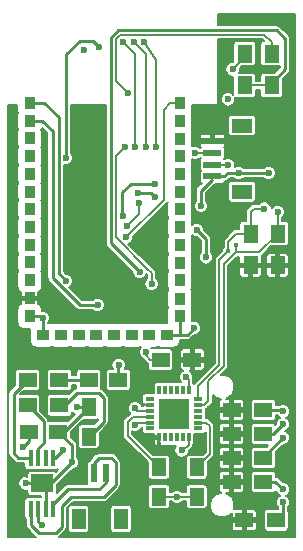
<source format=gtl>
G04 #@! TF.FileFunction,Copper,L1,Top,Signal*
%FSLAX46Y46*%
G04 Gerber Fmt 4.6, Leading zero omitted, Abs format (unit mm)*
G04 Created by KiCad (PCBNEW 4.0.4-stable) date 01/25/17 01:33:10*
%MOMM*%
%LPD*%
G01*
G04 APERTURE LIST*
%ADD10C,0.100000*%
%ADD11R,1.300000X1.500000*%
%ADD12R,1.550000X0.600000*%
%ADD13R,1.800000X1.200000*%
%ADD14R,0.899160X1.000760*%
%ADD15R,1.000760X0.899160*%
%ADD16R,1.500000X1.300000*%
%ADD17R,1.500000X1.250000*%
%ADD18R,0.600000X1.550000*%
%ADD19R,1.200000X1.800000*%
%ADD20R,1.250000X1.500000*%
%ADD21R,0.431800X1.397000*%
%ADD22R,1.879600X1.574800*%
%ADD23R,0.350000X0.800000*%
%ADD24R,0.800000X0.350000*%
%ADD25R,2.650000X2.650000*%
%ADD26C,0.600000*%
%ADD27C,0.450000*%
%ADD28C,0.250000*%
%ADD29C,0.150000*%
%ADD30C,0.200000*%
G04 APERTURE END LIST*
D10*
D11*
X128651000Y-59262000D03*
X128651000Y-56562000D03*
D12*
X125420000Y-48728500D03*
X125420000Y-49728500D03*
X125420000Y-50728500D03*
X125420000Y-51728500D03*
D13*
X127945000Y-47428500D03*
X127945000Y-53028500D03*
D11*
X130429000Y-44022000D03*
X130429000Y-41322000D03*
X128143000Y-44022000D03*
X128143000Y-41322000D03*
X130937000Y-56562000D03*
X130937000Y-59262000D03*
D14*
X122656600Y-63571120D03*
X122656600Y-62069980D03*
X122656600Y-60520580D03*
X122656600Y-59019440D03*
X122656600Y-57520840D03*
X122656600Y-56019700D03*
X122656600Y-54521100D03*
X122656600Y-53019960D03*
X122656600Y-51521360D03*
X122656600Y-50020220D03*
X122656600Y-48519080D03*
X122656600Y-47020480D03*
X122651520Y-45516800D03*
X109938820Y-45506640D03*
X109948980Y-47007780D03*
X109948980Y-48506380D03*
X109948980Y-50007520D03*
X109948980Y-51508660D03*
X109948980Y-53007260D03*
X109948980Y-54508400D03*
X109948980Y-56007000D03*
X109948980Y-57508140D03*
X109948980Y-59006740D03*
X109948980Y-60507880D03*
X109948980Y-62057280D03*
X109948980Y-63558420D03*
D15*
X111079280Y-65166240D03*
X112577880Y-65166240D03*
X114089180Y-65166240D03*
X115587780Y-65166240D03*
X117088920Y-65166240D03*
X118590060Y-65166240D03*
X120088660Y-65166240D03*
X121589800Y-65166240D03*
D16*
X109775000Y-68961000D03*
X112475000Y-68961000D03*
D17*
X114955000Y-68961000D03*
X117455000Y-68961000D03*
D16*
X109775000Y-71120000D03*
X112475000Y-71120000D03*
D18*
X115387500Y-76866000D03*
X116387500Y-76866000D03*
D19*
X114087500Y-80741000D03*
X117687500Y-80741000D03*
D20*
X114935000Y-73767000D03*
X114935000Y-71267000D03*
D17*
X109875000Y-73342500D03*
X112375000Y-73342500D03*
D21*
X111963200Y-75590400D03*
X111328200Y-75590400D03*
X110667800Y-75590400D03*
X110032800Y-75590400D03*
X110032800Y-79857600D03*
X110667800Y-79857600D03*
X111328200Y-79857600D03*
X111963200Y-79857600D03*
D22*
X110998000Y-77724000D03*
D16*
X127047000Y-77597000D03*
X129747000Y-77597000D03*
D20*
X124079000Y-76347000D03*
X124079000Y-78847000D03*
D16*
X128126500Y-80835500D03*
X130826500Y-80835500D03*
X127047000Y-75565000D03*
X129747000Y-75565000D03*
X127047000Y-73533000D03*
X129747000Y-73533000D03*
D20*
X120904000Y-76347000D03*
X120904000Y-78847000D03*
D16*
X127047000Y-71501000D03*
X129747000Y-71501000D03*
X123737360Y-67243960D03*
X121037360Y-67243960D03*
D23*
X123424000Y-69818500D03*
X122924000Y-69818500D03*
X122424000Y-69818500D03*
X121924000Y-69818500D03*
X121424000Y-69818500D03*
X120924000Y-69818500D03*
D24*
X120174000Y-70568500D03*
X120174000Y-71068500D03*
X120174000Y-71568500D03*
X120174000Y-72068500D03*
X120174000Y-72568500D03*
X120174000Y-73068500D03*
D23*
X120924000Y-73818500D03*
X121424000Y-73818500D03*
X121924000Y-73818500D03*
X122424000Y-73818500D03*
X122924000Y-73818500D03*
X123424000Y-73818500D03*
D24*
X124174000Y-73068500D03*
X124174000Y-72568500D03*
X124174000Y-72068500D03*
X124174000Y-71568500D03*
X124174000Y-71068500D03*
X124174000Y-70568500D03*
D25*
X122174000Y-71818500D03*
D26*
X124881586Y-58584892D03*
X123888500Y-64579500D03*
X123190000Y-68707000D03*
X118872000Y-71374000D03*
X111079280Y-63708280D03*
X122428000Y-78867000D03*
X122809000Y-74930000D03*
X118872000Y-72771000D03*
X113919000Y-71247000D03*
X113538000Y-75946000D03*
X120523000Y-52387500D03*
X117856000Y-55054500D03*
X126746000Y-45212000D03*
X127127000Y-42672000D03*
X124460000Y-54229000D03*
X127635000Y-51435000D03*
X130175000Y-51435000D03*
X124109480Y-56261000D03*
X109601000Y-77724000D03*
X117475000Y-67691000D03*
X110998000Y-81280000D03*
X109347000Y-74676000D03*
X127000000Y-60579000D03*
X117729000Y-61468000D03*
X113157000Y-59563000D03*
X128333500Y-74485500D03*
X115316000Y-53086000D03*
X129286000Y-46101000D03*
X127571500Y-49022000D03*
X114554000Y-41021000D03*
X108521500Y-46101000D03*
X113728500Y-46863000D03*
X114554000Y-48514000D03*
X123952000Y-52451000D03*
X123957080Y-49717960D03*
X126746000Y-50736500D03*
X112776000Y-74930000D03*
X115824000Y-40767000D03*
X113030000Y-50165000D03*
X117856000Y-40386000D03*
X118872000Y-49276000D03*
X118237000Y-44704000D03*
X119761000Y-49276000D03*
X118745000Y-40386000D03*
X118173500Y-55943500D03*
X119189500Y-53975000D03*
X120650000Y-49276000D03*
X119634000Y-40386000D03*
X120269000Y-60833000D03*
X117983000Y-49276000D03*
D27*
X127381000Y-57531000D03*
D26*
X130937000Y-54737000D03*
D27*
X126746000Y-58039000D03*
D26*
X129831913Y-54445087D03*
X119253000Y-59817000D03*
X119771160Y-66598800D03*
X118110000Y-56896000D03*
X115697000Y-62611000D03*
X113030000Y-60579000D03*
X131381500Y-79311500D03*
X131381500Y-78232000D03*
X119156480Y-53091080D03*
X120538240Y-53436520D03*
X131381500Y-73850500D03*
X131381500Y-72707500D03*
X131381500Y-71628000D03*
D28*
X112475000Y-71120000D02*
X112903000Y-71120000D01*
X113919000Y-70104000D02*
X115824000Y-70104000D01*
X115824000Y-70104000D02*
X116205000Y-70485000D01*
X116205000Y-70485000D02*
X116205000Y-72497000D01*
X112903000Y-71120000D02*
X113919000Y-70104000D01*
X116205000Y-72497000D02*
X114935000Y-73767000D01*
D29*
X122448000Y-78847000D02*
X122428000Y-78867000D01*
X122408000Y-78847000D02*
X120904000Y-78847000D01*
X122408000Y-78847000D02*
X122428000Y-78867000D01*
D28*
X110929420Y-63558420D02*
X111079280Y-63708280D01*
X111079280Y-63754000D02*
X111079280Y-65166240D01*
X109948980Y-63558420D02*
X110929420Y-63558420D01*
X111079280Y-63754000D02*
X111079280Y-63708280D01*
X110998000Y-77724000D02*
X109601000Y-77724000D01*
D29*
X119074500Y-72568500D02*
X118872000Y-72771000D01*
X128143000Y-41656000D02*
X127127000Y-42672000D01*
X128143000Y-41322000D02*
X128143000Y-41656000D01*
D28*
X130175000Y-51435000D02*
X127635000Y-51435000D01*
X117792500Y-54991000D02*
X117856000Y-55054500D01*
D29*
X127587000Y-51435000D02*
X127635000Y-51435000D01*
D28*
X125420000Y-51728500D02*
X126445000Y-51728500D01*
X126445000Y-51728500D02*
X126738500Y-51435000D01*
X126738500Y-51435000D02*
X127635000Y-51435000D01*
D29*
X125420000Y-51728500D02*
X125420000Y-51999000D01*
D28*
X124460000Y-52959000D02*
X124460000Y-54229000D01*
X125420000Y-51999000D02*
X124460000Y-52959000D01*
X118491000Y-52387500D02*
X117792500Y-53086000D01*
X117792500Y-53086000D02*
X117792500Y-54991000D01*
X120523000Y-52387500D02*
X118491000Y-52387500D01*
X124881586Y-57033106D02*
X124109480Y-56261000D01*
D29*
X123424000Y-69818500D02*
X123424000Y-68941000D01*
X123424000Y-68941000D02*
X123190000Y-68707000D01*
X120174000Y-72568500D02*
X119074500Y-72568500D01*
X120174000Y-71568500D02*
X119066500Y-71568500D01*
X119066500Y-71568500D02*
X118872000Y-71374000D01*
D28*
X122656600Y-65125600D02*
X122656600Y-63571120D01*
X122656600Y-65125600D02*
X122682000Y-65151000D01*
X122656600Y-65125600D02*
X123342400Y-65125600D01*
X122666760Y-65166240D02*
X122682000Y-65151000D01*
X123342400Y-65125600D02*
X123888500Y-64579500D01*
X124881586Y-58584892D02*
X124881586Y-57033106D01*
X121589800Y-65166240D02*
X122666760Y-65166240D01*
X110998000Y-77724000D02*
X111760000Y-77724000D01*
X111328200Y-79857600D02*
X111328200Y-78054200D01*
X111328200Y-78054200D02*
X110998000Y-77724000D01*
X113538000Y-75946000D02*
X113538000Y-74505500D01*
X111760000Y-77724000D02*
X113538000Y-75946000D01*
X113939000Y-71267000D02*
X113919000Y-71247000D01*
X113538000Y-74505500D02*
X112375000Y-73342500D01*
X114935000Y-71267000D02*
X113939000Y-71267000D01*
X112859500Y-73342500D02*
X114935000Y-71267000D01*
X112375000Y-73342500D02*
X112796000Y-73342500D01*
X112375000Y-73342500D02*
X112859500Y-73342500D01*
D29*
X123424000Y-74442000D02*
X122936000Y-74930000D01*
X124079000Y-78847000D02*
X122448000Y-78847000D01*
X123424000Y-73818500D02*
X123424000Y-74442000D01*
X122936000Y-74930000D02*
X122809000Y-74930000D01*
D28*
X112475000Y-68961000D02*
X114955000Y-68961000D01*
X117455000Y-68961000D02*
X117455000Y-67711000D01*
X117455000Y-67711000D02*
X117475000Y-67691000D01*
X110667800Y-80949800D02*
X110998000Y-81280000D01*
X110667800Y-80949800D02*
X110667800Y-79857600D01*
X109347000Y-74676000D02*
X109875000Y-74148000D01*
X109875000Y-74148000D02*
X109875000Y-73342500D01*
D29*
X120924000Y-73818500D02*
X120924000Y-74656000D01*
X120924000Y-74656000D02*
X120904000Y-74676000D01*
X119455500Y-71068500D02*
X118999000Y-70612000D01*
X120174000Y-71068500D02*
X119455500Y-71068500D01*
X118237000Y-72517000D02*
X118237000Y-73680000D01*
X118237000Y-73680000D02*
X120904000Y-76347000D01*
X120174000Y-72068500D02*
X118685500Y-72068500D01*
X118685500Y-72068500D02*
X118237000Y-72517000D01*
X124174000Y-72568500D02*
X124892500Y-72568500D01*
X124892500Y-72568500D02*
X125222000Y-72898000D01*
X125222000Y-75204000D02*
X124079000Y-76347000D01*
X125222000Y-72898000D02*
X125222000Y-75204000D01*
D28*
X112649000Y-81407000D02*
X112649000Y-79629000D01*
X112141000Y-81915000D02*
X112649000Y-81407000D01*
X110744000Y-81915000D02*
X112141000Y-81915000D01*
X110032800Y-81203800D02*
X110744000Y-81915000D01*
X110032800Y-79857600D02*
X110032800Y-81203800D01*
X112649000Y-79629000D02*
X113411000Y-78867000D01*
X115387500Y-76001500D02*
X115387500Y-76866000D01*
X115824000Y-75565000D02*
X115387500Y-76001500D01*
X113411000Y-78867000D02*
X116205000Y-78867000D01*
X116840000Y-75565000D02*
X115824000Y-75565000D01*
X117221000Y-75946000D02*
X116840000Y-75565000D01*
X116205000Y-78867000D02*
X117221000Y-77851000D01*
X117221000Y-77851000D02*
X117221000Y-75946000D01*
X111963200Y-79857600D02*
X111963200Y-79425800D01*
X111963200Y-79425800D02*
X113157000Y-78232000D01*
X113157000Y-78232000D02*
X115824000Y-78232000D01*
X115824000Y-78232000D02*
X116387500Y-77668500D01*
X116387500Y-77668500D02*
X116387500Y-76866000D01*
D29*
X123957080Y-49717960D02*
X125409460Y-49717960D01*
X125409460Y-49717960D02*
X125420000Y-49728500D01*
D28*
X124097000Y-49728500D02*
X124089000Y-49720500D01*
D29*
X126674500Y-50728500D02*
X126738000Y-50728500D01*
X126738000Y-50728500D02*
X126746000Y-50736500D01*
X126674500Y-50728500D02*
X125420000Y-50728500D01*
D28*
X114173000Y-40259000D02*
X115316000Y-40259000D01*
X115316000Y-40259000D02*
X115824000Y-40767000D01*
X113030000Y-50165000D02*
X113030000Y-41402000D01*
X113030000Y-41402000D02*
X114173000Y-40259000D01*
X111963200Y-75590400D02*
X112115600Y-75590400D01*
X112115600Y-75590400D02*
X112776000Y-74930000D01*
D29*
X118872000Y-42291000D02*
X118872000Y-41402000D01*
X118872000Y-41402000D02*
X117856000Y-40386000D01*
X118872000Y-49276000D02*
X118872000Y-42291000D01*
X129794000Y-39751000D02*
X130429000Y-40386000D01*
X130429000Y-40386000D02*
X130429000Y-41322000D01*
X117221000Y-40132000D02*
X117602000Y-39751000D01*
X117602000Y-39751000D02*
X129794000Y-39751000D01*
X118237000Y-44704000D02*
X117221000Y-43688000D01*
X117221000Y-43688000D02*
X117221000Y-40132000D01*
X119761000Y-42164000D02*
X119761000Y-41402000D01*
X119761000Y-41402000D02*
X118745000Y-40386000D01*
X119761000Y-49276000D02*
X119761000Y-42164000D01*
X118173500Y-55943500D02*
X118935500Y-55181500D01*
X119189500Y-54927500D02*
X119189500Y-53975000D01*
X118935500Y-55181500D02*
X119189500Y-54927500D01*
X120650000Y-41910000D02*
X119634000Y-40386000D01*
X120650000Y-49276000D02*
X120650000Y-41910000D01*
X117983000Y-49276000D02*
X117221000Y-50038000D01*
X117221000Y-50038000D02*
X117221000Y-56896000D01*
X119888000Y-59563000D02*
X120269000Y-59944000D01*
X117221000Y-56896000D02*
X119888000Y-59563000D01*
X120269000Y-59944000D02*
X120269000Y-60833000D01*
X130937000Y-54737000D02*
X130937000Y-56562000D01*
X129333000Y-58166000D02*
X130937000Y-56562000D01*
X126365000Y-59182000D02*
X127381000Y-58166000D01*
X126365000Y-67777360D02*
X126365000Y-59182000D01*
X125089920Y-69052440D02*
X126365000Y-67777360D01*
X127381000Y-58166000D02*
X129333000Y-58166000D01*
X127381000Y-58166000D02*
X127381000Y-57531000D01*
X124724000Y-71068500D02*
X125089920Y-70702580D01*
X125089920Y-70702580D02*
X125089920Y-69052440D01*
X124174000Y-71068500D02*
X124724000Y-71068500D01*
X129831913Y-54445087D02*
X128942913Y-54445087D01*
X124174000Y-69473372D02*
X125984000Y-67663372D01*
X125984000Y-67663372D02*
X125984000Y-58801000D01*
X125984000Y-58801000D02*
X126746000Y-58039000D01*
X128651000Y-55118000D02*
X128651000Y-56562000D01*
X128651000Y-54737000D02*
X128651000Y-55118000D01*
X128942913Y-54445087D02*
X128651000Y-54737000D01*
X127461000Y-56562000D02*
X128651000Y-56562000D01*
X126746000Y-58039000D02*
X126746000Y-57277000D01*
X126746000Y-57277000D02*
X127461000Y-56562000D01*
X124174000Y-70568500D02*
X124174000Y-69473372D01*
D28*
X111125000Y-72470000D02*
X109775000Y-71120000D01*
X110667800Y-75590400D02*
X110667800Y-74752200D01*
X110667800Y-74752200D02*
X111125000Y-74295000D01*
X111125000Y-74295000D02*
X111125000Y-72470000D01*
X108585000Y-70151000D02*
X109775000Y-68961000D01*
X110032800Y-75590400D02*
X108991400Y-75590400D01*
X110032800Y-75590400D02*
X110007400Y-75590400D01*
X108991400Y-75590400D02*
X108585000Y-75184000D01*
X108585000Y-75184000D02*
X108585000Y-74168000D01*
X108585000Y-74168000D02*
X108585000Y-70151000D01*
X130429000Y-44022000D02*
X130429000Y-43815000D01*
X130429000Y-43815000D02*
X131572000Y-42672000D01*
D29*
X130429000Y-44022000D02*
X128143000Y-44022000D01*
D28*
X131572000Y-40068500D02*
X130854490Y-39350990D01*
X131572000Y-40132000D02*
X131572000Y-40068500D01*
X131572000Y-42672000D02*
X131572000Y-40132000D01*
X130854490Y-39350990D02*
X117436311Y-39350990D01*
X117436311Y-39350990D02*
X116820990Y-39966311D01*
X116820990Y-39966311D02*
X116820990Y-57384990D01*
X116820990Y-57384990D02*
X119253000Y-59817000D01*
D29*
X120137360Y-67243960D02*
X119771160Y-66877760D01*
X119771160Y-66877760D02*
X119771160Y-66598800D01*
X121037360Y-67243960D02*
X120137360Y-67243960D01*
X122651520Y-45516800D02*
X121869200Y-45516800D01*
X121869200Y-45516800D02*
X121285000Y-46101000D01*
X121285000Y-46101000D02*
X121285000Y-53721000D01*
X121285000Y-53721000D02*
X118110000Y-56896000D01*
D28*
X111887000Y-47879000D02*
X111887000Y-60325000D01*
X111887000Y-60325000D02*
X114173000Y-62611000D01*
X111015780Y-47007780D02*
X111887000Y-47879000D01*
X109948980Y-47007780D02*
X111015780Y-47007780D01*
X114173000Y-62611000D02*
X115697000Y-62611000D01*
X112395000Y-46736000D02*
X112395000Y-59944000D01*
X112395000Y-59944000D02*
X113030000Y-60579000D01*
X111165640Y-45506640D02*
X112395000Y-46736000D01*
X109938820Y-45506640D02*
X111165640Y-45506640D01*
X131381500Y-79311500D02*
X131381500Y-80280500D01*
X131381500Y-80280500D02*
X130826500Y-80835500D01*
X120538240Y-53436520D02*
X120192800Y-53091080D01*
X120192800Y-53091080D02*
X119156480Y-53091080D01*
X129747000Y-77597000D02*
X130746500Y-77597000D01*
X130746500Y-77597000D02*
X131381500Y-78232000D01*
X129747000Y-75565000D02*
X129747000Y-75485000D01*
X129747000Y-75485000D02*
X131381500Y-73850500D01*
X129747000Y-73533000D02*
X130556000Y-73533000D01*
X130556000Y-73533000D02*
X131381500Y-72707500D01*
X129747000Y-71501000D02*
X131254500Y-71501000D01*
X131254500Y-71501000D02*
X131381500Y-71628000D01*
D30*
G36*
X132402500Y-82228500D02*
X112422094Y-82228500D01*
X112441520Y-82215520D01*
X112949520Y-81707521D01*
X113041648Y-81569641D01*
X113041649Y-81569640D01*
X113074000Y-81407000D01*
X113074000Y-79841000D01*
X113181623Y-79841000D01*
X113181623Y-81641000D01*
X113202542Y-81752173D01*
X113268245Y-81854279D01*
X113368497Y-81922778D01*
X113487500Y-81946877D01*
X114687500Y-81946877D01*
X114798673Y-81925958D01*
X114900779Y-81860255D01*
X114969278Y-81760003D01*
X114993377Y-81641000D01*
X114993377Y-79841000D01*
X116781623Y-79841000D01*
X116781623Y-81641000D01*
X116802542Y-81752173D01*
X116868245Y-81854279D01*
X116968497Y-81922778D01*
X117087500Y-81946877D01*
X118287500Y-81946877D01*
X118398673Y-81925958D01*
X118500779Y-81860255D01*
X118569278Y-81760003D01*
X118593377Y-81641000D01*
X118593377Y-81064500D01*
X127076500Y-81064500D01*
X127076500Y-81545173D01*
X127122172Y-81655436D01*
X127206563Y-81739828D01*
X127316826Y-81785500D01*
X127897500Y-81785500D01*
X127972500Y-81710500D01*
X127972500Y-80989500D01*
X128280500Y-80989500D01*
X128280500Y-81710500D01*
X128355500Y-81785500D01*
X128936174Y-81785500D01*
X129046437Y-81739828D01*
X129130828Y-81655436D01*
X129176500Y-81545173D01*
X129176500Y-81064500D01*
X129101500Y-80989500D01*
X128280500Y-80989500D01*
X127972500Y-80989500D01*
X127151500Y-80989500D01*
X127076500Y-81064500D01*
X118593377Y-81064500D01*
X118593377Y-79841000D01*
X118572458Y-79729827D01*
X118506755Y-79627721D01*
X118406503Y-79559222D01*
X118287500Y-79535123D01*
X117087500Y-79535123D01*
X116976327Y-79556042D01*
X116874221Y-79621745D01*
X116805722Y-79721997D01*
X116781623Y-79841000D01*
X114993377Y-79841000D01*
X114972458Y-79729827D01*
X114906755Y-79627721D01*
X114806503Y-79559222D01*
X114687500Y-79535123D01*
X113487500Y-79535123D01*
X113376327Y-79556042D01*
X113274221Y-79621745D01*
X113205722Y-79721997D01*
X113181623Y-79841000D01*
X113074000Y-79841000D01*
X113074000Y-79805040D01*
X113587041Y-79292000D01*
X116205000Y-79292000D01*
X116349994Y-79263159D01*
X116367641Y-79259649D01*
X116505520Y-79167520D01*
X117521520Y-78151520D01*
X117557949Y-78097000D01*
X119973123Y-78097000D01*
X119973123Y-79597000D01*
X119994042Y-79708173D01*
X120059745Y-79810279D01*
X120159997Y-79878778D01*
X120279000Y-79902877D01*
X121529000Y-79902877D01*
X121640173Y-79881958D01*
X121742279Y-79816255D01*
X121810778Y-79716003D01*
X121834877Y-79597000D01*
X121834877Y-79222000D01*
X121934592Y-79222000D01*
X122087683Y-79375359D01*
X122308129Y-79466896D01*
X122546824Y-79467104D01*
X122767429Y-79375952D01*
X122921650Y-79222000D01*
X123148123Y-79222000D01*
X123148123Y-79597000D01*
X123169042Y-79708173D01*
X123234745Y-79810279D01*
X123334997Y-79878778D01*
X123454000Y-79902877D01*
X124704000Y-79902877D01*
X124815173Y-79881958D01*
X124917279Y-79816255D01*
X124957805Y-79756942D01*
X125187818Y-79756942D01*
X125347334Y-80143000D01*
X125642446Y-80438628D01*
X126028226Y-80598818D01*
X126445942Y-80599182D01*
X126832000Y-80439666D01*
X127076500Y-80195593D01*
X127076500Y-80606500D01*
X127151500Y-80681500D01*
X127972500Y-80681500D01*
X127972500Y-79960500D01*
X128280500Y-79960500D01*
X128280500Y-80681500D01*
X129101500Y-80681500D01*
X129176500Y-80606500D01*
X129176500Y-80125827D01*
X129130828Y-80015564D01*
X129046437Y-79931172D01*
X128936174Y-79885500D01*
X128355500Y-79885500D01*
X128280500Y-79960500D01*
X127972500Y-79960500D01*
X127897500Y-79885500D01*
X127316826Y-79885500D01*
X127218241Y-79926335D01*
X127287818Y-79758774D01*
X127288182Y-79341058D01*
X127128666Y-78955000D01*
X126833554Y-78659372D01*
X126562932Y-78547000D01*
X126818000Y-78547000D01*
X126893000Y-78472000D01*
X126893000Y-77751000D01*
X127201000Y-77751000D01*
X127201000Y-78472000D01*
X127276000Y-78547000D01*
X127856674Y-78547000D01*
X127966937Y-78501328D01*
X128051328Y-78416936D01*
X128097000Y-78306673D01*
X128097000Y-77826000D01*
X128022000Y-77751000D01*
X127201000Y-77751000D01*
X126893000Y-77751000D01*
X126072000Y-77751000D01*
X125997000Y-77826000D01*
X125997000Y-78306673D01*
X126042672Y-78416936D01*
X126124635Y-78498900D01*
X126030058Y-78498818D01*
X125644000Y-78658334D01*
X125348372Y-78953446D01*
X125188182Y-79339226D01*
X125187818Y-79756942D01*
X124957805Y-79756942D01*
X124985778Y-79716003D01*
X125009877Y-79597000D01*
X125009877Y-78097000D01*
X124988958Y-77985827D01*
X124923255Y-77883721D01*
X124823003Y-77815222D01*
X124704000Y-77791123D01*
X123454000Y-77791123D01*
X123342827Y-77812042D01*
X123240721Y-77877745D01*
X123172222Y-77977997D01*
X123148123Y-78097000D01*
X123148123Y-78472000D01*
X122881478Y-78472000D01*
X122768317Y-78358641D01*
X122547871Y-78267104D01*
X122309176Y-78266896D01*
X122088571Y-78358048D01*
X121974420Y-78472000D01*
X121834877Y-78472000D01*
X121834877Y-78097000D01*
X121813958Y-77985827D01*
X121748255Y-77883721D01*
X121648003Y-77815222D01*
X121529000Y-77791123D01*
X120279000Y-77791123D01*
X120167827Y-77812042D01*
X120065721Y-77877745D01*
X119997222Y-77977997D01*
X119973123Y-78097000D01*
X117557949Y-78097000D01*
X117613649Y-78013641D01*
X117626929Y-77946877D01*
X117646000Y-77851000D01*
X117646000Y-75946000D01*
X117613649Y-75783360D01*
X117558604Y-75700980D01*
X117521520Y-75645479D01*
X117140520Y-75264480D01*
X117002641Y-75172351D01*
X116967695Y-75165400D01*
X116840000Y-75140000D01*
X115824000Y-75140000D01*
X115661360Y-75172351D01*
X115615608Y-75202922D01*
X115523479Y-75264480D01*
X115086980Y-75700980D01*
X115022596Y-75797336D01*
X114976327Y-75806042D01*
X114874221Y-75871745D01*
X114805722Y-75971997D01*
X114781623Y-76091000D01*
X114781623Y-77641000D01*
X114802542Y-77752173D01*
X114837822Y-77807000D01*
X113157000Y-77807000D01*
X113035640Y-77831140D01*
X112994359Y-77839351D01*
X112856480Y-77931480D01*
X112235327Y-78552633D01*
X112243677Y-78511400D01*
X112243677Y-77841363D01*
X113539039Y-76546001D01*
X113656824Y-76546104D01*
X113877429Y-76454952D01*
X114046359Y-76286317D01*
X114137896Y-76065871D01*
X114138104Y-75827176D01*
X114046952Y-75606571D01*
X113963000Y-75522472D01*
X113963000Y-74505500D01*
X113930649Y-74342860D01*
X113847554Y-74218500D01*
X113838520Y-74204979D01*
X113430877Y-73797336D01*
X113430877Y-73372163D01*
X114480164Y-72322877D01*
X115560000Y-72322877D01*
X115671173Y-72301958D01*
X115773279Y-72236255D01*
X115780000Y-72226418D01*
X115780000Y-72320959D01*
X115389836Y-72711123D01*
X114310000Y-72711123D01*
X114198827Y-72732042D01*
X114096721Y-72797745D01*
X114028222Y-72897997D01*
X114004123Y-73017000D01*
X114004123Y-74517000D01*
X114025042Y-74628173D01*
X114090745Y-74730279D01*
X114190997Y-74798778D01*
X114310000Y-74822877D01*
X115560000Y-74822877D01*
X115671173Y-74801958D01*
X115773279Y-74736255D01*
X115841778Y-74636003D01*
X115865877Y-74517000D01*
X115865877Y-73437163D01*
X116505520Y-72797521D01*
X116594906Y-72663745D01*
X116597649Y-72659640D01*
X116626021Y-72517000D01*
X117862000Y-72517000D01*
X117862000Y-73680000D01*
X117890545Y-73823507D01*
X117971835Y-73945165D01*
X119973123Y-75946453D01*
X119973123Y-77097000D01*
X119994042Y-77208173D01*
X120059745Y-77310279D01*
X120159997Y-77378778D01*
X120279000Y-77402877D01*
X121529000Y-77402877D01*
X121640173Y-77381958D01*
X121742279Y-77316255D01*
X121810778Y-77216003D01*
X121834877Y-77097000D01*
X121834877Y-75597000D01*
X121813958Y-75485827D01*
X121748255Y-75383721D01*
X121648003Y-75315222D01*
X121529000Y-75291123D01*
X120378453Y-75291123D01*
X119134830Y-74047500D01*
X120449000Y-74047500D01*
X120449000Y-74278174D01*
X120494672Y-74388437D01*
X120579064Y-74472828D01*
X120689327Y-74518500D01*
X120761500Y-74518500D01*
X120836500Y-74443500D01*
X120836500Y-73972500D01*
X120524000Y-73972500D01*
X120449000Y-74047500D01*
X119134830Y-74047500D01*
X118612000Y-73524670D01*
X118612000Y-73312709D01*
X118752129Y-73370896D01*
X118990824Y-73371104D01*
X119211429Y-73279952D01*
X119380359Y-73111317D01*
X119450043Y-72943500D01*
X119468123Y-72943500D01*
X119468123Y-73243500D01*
X119489042Y-73354673D01*
X119554745Y-73456779D01*
X119654997Y-73525278D01*
X119774000Y-73549377D01*
X120449000Y-73549377D01*
X120449000Y-73589500D01*
X120524000Y-73664500D01*
X120836500Y-73664500D01*
X120836500Y-73644500D01*
X120943123Y-73644500D01*
X120943123Y-74218500D01*
X120964042Y-74329673D01*
X121011500Y-74403425D01*
X121011500Y-74443500D01*
X121086500Y-74518500D01*
X121158673Y-74518500D01*
X121178804Y-74510162D01*
X121249000Y-74524377D01*
X121599000Y-74524377D01*
X121676753Y-74509746D01*
X121749000Y-74524377D01*
X122099000Y-74524377D01*
X122176753Y-74509746D01*
X122249000Y-74524377D01*
X122366061Y-74524377D01*
X122300641Y-74589683D01*
X122209104Y-74810129D01*
X122208896Y-75048824D01*
X122300048Y-75269429D01*
X122468683Y-75438359D01*
X122689129Y-75529896D01*
X122927824Y-75530104D01*
X123148429Y-75438952D01*
X123317359Y-75270317D01*
X123408896Y-75049871D01*
X123408950Y-74987380D01*
X123689165Y-74707165D01*
X123770455Y-74585507D01*
X123798019Y-74446931D01*
X123812279Y-74437755D01*
X123880778Y-74337503D01*
X123904877Y-74218500D01*
X123904877Y-73549377D01*
X124574000Y-73549377D01*
X124685173Y-73528458D01*
X124787279Y-73462755D01*
X124847000Y-73375350D01*
X124847000Y-75048670D01*
X124604547Y-75291123D01*
X123454000Y-75291123D01*
X123342827Y-75312042D01*
X123240721Y-75377745D01*
X123172222Y-75477997D01*
X123148123Y-75597000D01*
X123148123Y-77097000D01*
X123169042Y-77208173D01*
X123234745Y-77310279D01*
X123334997Y-77378778D01*
X123454000Y-77402877D01*
X124704000Y-77402877D01*
X124815173Y-77381958D01*
X124917279Y-77316255D01*
X124985778Y-77216003D01*
X125009877Y-77097000D01*
X125009877Y-76887327D01*
X125997000Y-76887327D01*
X125997000Y-77368000D01*
X126072000Y-77443000D01*
X126893000Y-77443000D01*
X126893000Y-76722000D01*
X127201000Y-76722000D01*
X127201000Y-77443000D01*
X128022000Y-77443000D01*
X128097000Y-77368000D01*
X128097000Y-76947000D01*
X128691123Y-76947000D01*
X128691123Y-78247000D01*
X128712042Y-78358173D01*
X128777745Y-78460279D01*
X128877997Y-78528778D01*
X128997000Y-78552877D01*
X130497000Y-78552877D01*
X130608173Y-78531958D01*
X130710279Y-78466255D01*
X130778778Y-78366003D01*
X130781702Y-78351564D01*
X130872548Y-78571429D01*
X131041183Y-78740359D01*
X131116695Y-78771714D01*
X131042071Y-78802548D01*
X130873141Y-78971183D01*
X130781604Y-79191629D01*
X130781396Y-79430324D01*
X130872548Y-79650929D01*
X130956500Y-79735028D01*
X130956500Y-79879623D01*
X130076500Y-79879623D01*
X129965327Y-79900542D01*
X129863221Y-79966245D01*
X129794722Y-80066497D01*
X129770623Y-80185500D01*
X129770623Y-81485500D01*
X129791542Y-81596673D01*
X129857245Y-81698779D01*
X129957497Y-81767278D01*
X130076500Y-81791377D01*
X131576500Y-81791377D01*
X131687673Y-81770458D01*
X131789779Y-81704755D01*
X131858278Y-81604503D01*
X131882377Y-81485500D01*
X131882377Y-80185500D01*
X131861458Y-80074327D01*
X131806500Y-79988919D01*
X131806500Y-79735030D01*
X131889859Y-79651817D01*
X131981396Y-79431371D01*
X131981604Y-79192676D01*
X131890452Y-78972071D01*
X131721817Y-78803141D01*
X131646305Y-78771786D01*
X131720929Y-78740952D01*
X131889859Y-78572317D01*
X131981396Y-78351871D01*
X131981604Y-78113176D01*
X131890452Y-77892571D01*
X131721817Y-77723641D01*
X131501371Y-77632104D01*
X131382541Y-77632000D01*
X131047020Y-77296480D01*
X130909141Y-77204351D01*
X130882157Y-77198984D01*
X130802877Y-77183214D01*
X130802877Y-76947000D01*
X130781958Y-76835827D01*
X130716255Y-76733721D01*
X130616003Y-76665222D01*
X130497000Y-76641123D01*
X128997000Y-76641123D01*
X128885827Y-76662042D01*
X128783721Y-76727745D01*
X128715222Y-76827997D01*
X128691123Y-76947000D01*
X128097000Y-76947000D01*
X128097000Y-76887327D01*
X128051328Y-76777064D01*
X127966937Y-76692672D01*
X127856674Y-76647000D01*
X127276000Y-76647000D01*
X127201000Y-76722000D01*
X126893000Y-76722000D01*
X126818000Y-76647000D01*
X126237326Y-76647000D01*
X126127063Y-76692672D01*
X126042672Y-76777064D01*
X125997000Y-76887327D01*
X125009877Y-76887327D01*
X125009877Y-75946453D01*
X125162330Y-75794000D01*
X125997000Y-75794000D01*
X125997000Y-76274673D01*
X126042672Y-76384936D01*
X126127063Y-76469328D01*
X126237326Y-76515000D01*
X126818000Y-76515000D01*
X126893000Y-76440000D01*
X126893000Y-75719000D01*
X127201000Y-75719000D01*
X127201000Y-76440000D01*
X127276000Y-76515000D01*
X127856674Y-76515000D01*
X127966937Y-76469328D01*
X128051328Y-76384936D01*
X128097000Y-76274673D01*
X128097000Y-75794000D01*
X128022000Y-75719000D01*
X127201000Y-75719000D01*
X126893000Y-75719000D01*
X126072000Y-75719000D01*
X125997000Y-75794000D01*
X125162330Y-75794000D01*
X125487165Y-75469165D01*
X125568455Y-75347507D01*
X125597000Y-75204000D01*
X125597000Y-74855327D01*
X125997000Y-74855327D01*
X125997000Y-75336000D01*
X126072000Y-75411000D01*
X126893000Y-75411000D01*
X126893000Y-74690000D01*
X127201000Y-74690000D01*
X127201000Y-75411000D01*
X128022000Y-75411000D01*
X128097000Y-75336000D01*
X128097000Y-74855327D01*
X128051328Y-74745064D01*
X127966937Y-74660672D01*
X127856674Y-74615000D01*
X127276000Y-74615000D01*
X127201000Y-74690000D01*
X126893000Y-74690000D01*
X126818000Y-74615000D01*
X126237326Y-74615000D01*
X126127063Y-74660672D01*
X126042672Y-74745064D01*
X125997000Y-74855327D01*
X125597000Y-74855327D01*
X125597000Y-73762000D01*
X125997000Y-73762000D01*
X125997000Y-74242673D01*
X126042672Y-74352936D01*
X126127063Y-74437328D01*
X126237326Y-74483000D01*
X126818000Y-74483000D01*
X126893000Y-74408000D01*
X126893000Y-73687000D01*
X127201000Y-73687000D01*
X127201000Y-74408000D01*
X127276000Y-74483000D01*
X127856674Y-74483000D01*
X127966937Y-74437328D01*
X128051328Y-74352936D01*
X128097000Y-74242673D01*
X128097000Y-73762000D01*
X128022000Y-73687000D01*
X127201000Y-73687000D01*
X126893000Y-73687000D01*
X126072000Y-73687000D01*
X125997000Y-73762000D01*
X125597000Y-73762000D01*
X125597000Y-72898000D01*
X125582147Y-72823327D01*
X125997000Y-72823327D01*
X125997000Y-73304000D01*
X126072000Y-73379000D01*
X126893000Y-73379000D01*
X126893000Y-72658000D01*
X127201000Y-72658000D01*
X127201000Y-73379000D01*
X128022000Y-73379000D01*
X128097000Y-73304000D01*
X128097000Y-72823327D01*
X128051328Y-72713064D01*
X127966937Y-72628672D01*
X127856674Y-72583000D01*
X127276000Y-72583000D01*
X127201000Y-72658000D01*
X126893000Y-72658000D01*
X126818000Y-72583000D01*
X126237326Y-72583000D01*
X126127063Y-72628672D01*
X126042672Y-72713064D01*
X125997000Y-72823327D01*
X125582147Y-72823327D01*
X125568455Y-72754494D01*
X125487165Y-72632835D01*
X125157665Y-72303335D01*
X125036007Y-72222045D01*
X124892500Y-72193500D01*
X124879877Y-72193500D01*
X124879877Y-71893500D01*
X124865246Y-71815747D01*
X124879877Y-71743500D01*
X124879877Y-71730000D01*
X125997000Y-71730000D01*
X125997000Y-72210673D01*
X126042672Y-72320936D01*
X126127063Y-72405328D01*
X126237326Y-72451000D01*
X126818000Y-72451000D01*
X126893000Y-72376000D01*
X126893000Y-71655000D01*
X127201000Y-71655000D01*
X127201000Y-72376000D01*
X127276000Y-72451000D01*
X127856674Y-72451000D01*
X127966937Y-72405328D01*
X128051328Y-72320936D01*
X128097000Y-72210673D01*
X128097000Y-71730000D01*
X128022000Y-71655000D01*
X127201000Y-71655000D01*
X126893000Y-71655000D01*
X126072000Y-71655000D01*
X125997000Y-71730000D01*
X124879877Y-71730000D01*
X124879877Y-71406690D01*
X124989165Y-71333665D01*
X125355085Y-70967745D01*
X125436375Y-70846087D01*
X125464920Y-70702580D01*
X125464920Y-70260792D01*
X125642446Y-70438628D01*
X126028226Y-70598818D01*
X126124833Y-70598902D01*
X126042672Y-70681064D01*
X125997000Y-70791327D01*
X125997000Y-71272000D01*
X126072000Y-71347000D01*
X126893000Y-71347000D01*
X126893000Y-70626000D01*
X127201000Y-70626000D01*
X127201000Y-71347000D01*
X128022000Y-71347000D01*
X128097000Y-71272000D01*
X128097000Y-70851000D01*
X128691123Y-70851000D01*
X128691123Y-72151000D01*
X128712042Y-72262173D01*
X128777745Y-72364279D01*
X128877997Y-72432778D01*
X128997000Y-72456877D01*
X130497000Y-72456877D01*
X130608173Y-72435958D01*
X130710279Y-72370255D01*
X130778778Y-72270003D01*
X130802877Y-72151000D01*
X130802877Y-71926000D01*
X130855430Y-71926000D01*
X130872548Y-71967429D01*
X131041183Y-72136359D01*
X131116695Y-72167714D01*
X131042071Y-72198548D01*
X130873141Y-72367183D01*
X130781604Y-72587629D01*
X130781500Y-72706459D01*
X130756185Y-72731774D01*
X130716255Y-72669721D01*
X130616003Y-72601222D01*
X130497000Y-72577123D01*
X128997000Y-72577123D01*
X128885827Y-72598042D01*
X128783721Y-72663745D01*
X128715222Y-72763997D01*
X128691123Y-72883000D01*
X128691123Y-74183000D01*
X128712042Y-74294173D01*
X128777745Y-74396279D01*
X128877997Y-74464778D01*
X128997000Y-74488877D01*
X130142083Y-74488877D01*
X130021837Y-74609123D01*
X128997000Y-74609123D01*
X128885827Y-74630042D01*
X128783721Y-74695745D01*
X128715222Y-74795997D01*
X128691123Y-74915000D01*
X128691123Y-76215000D01*
X128712042Y-76326173D01*
X128777745Y-76428279D01*
X128877997Y-76496778D01*
X128997000Y-76520877D01*
X130497000Y-76520877D01*
X130608173Y-76499958D01*
X130710279Y-76434255D01*
X130778778Y-76334003D01*
X130802877Y-76215000D01*
X130802877Y-75030163D01*
X131382539Y-74450501D01*
X131500324Y-74450604D01*
X131720929Y-74359452D01*
X131889859Y-74190817D01*
X131981396Y-73970371D01*
X131981604Y-73731676D01*
X131890452Y-73511071D01*
X131721817Y-73342141D01*
X131569654Y-73278957D01*
X131720929Y-73216452D01*
X131889859Y-73047817D01*
X131981396Y-72827371D01*
X131981604Y-72588676D01*
X131890452Y-72368071D01*
X131721817Y-72199141D01*
X131646305Y-72167786D01*
X131720929Y-72136952D01*
X131889859Y-71968317D01*
X131981396Y-71747871D01*
X131981604Y-71509176D01*
X131890452Y-71288571D01*
X131721817Y-71119641D01*
X131501371Y-71028104D01*
X131262676Y-71027896D01*
X131146255Y-71076000D01*
X130802877Y-71076000D01*
X130802877Y-70851000D01*
X130781958Y-70739827D01*
X130716255Y-70637721D01*
X130616003Y-70569222D01*
X130497000Y-70545123D01*
X128997000Y-70545123D01*
X128885827Y-70566042D01*
X128783721Y-70631745D01*
X128715222Y-70731997D01*
X128691123Y-70851000D01*
X128097000Y-70851000D01*
X128097000Y-70791327D01*
X128051328Y-70681064D01*
X127966937Y-70596672D01*
X127856674Y-70551000D01*
X127276000Y-70551000D01*
X127201000Y-70626000D01*
X126893000Y-70626000D01*
X126818000Y-70551000D01*
X126562551Y-70551000D01*
X126832000Y-70439666D01*
X127127628Y-70144554D01*
X127287818Y-69758774D01*
X127288182Y-69341058D01*
X127128666Y-68955000D01*
X126833554Y-68659372D01*
X126447774Y-68499182D01*
X126173747Y-68498943D01*
X126630165Y-68042525D01*
X126652013Y-68009827D01*
X126711455Y-67920866D01*
X126740000Y-67777360D01*
X126740000Y-59491000D01*
X127701000Y-59491000D01*
X127701000Y-60071674D01*
X127746672Y-60181937D01*
X127831064Y-60266328D01*
X127941327Y-60312000D01*
X128422000Y-60312000D01*
X128497000Y-60237000D01*
X128497000Y-59416000D01*
X128805000Y-59416000D01*
X128805000Y-60237000D01*
X128880000Y-60312000D01*
X129360673Y-60312000D01*
X129470936Y-60266328D01*
X129555328Y-60181937D01*
X129601000Y-60071674D01*
X129601000Y-59491000D01*
X129987000Y-59491000D01*
X129987000Y-60071674D01*
X130032672Y-60181937D01*
X130117064Y-60266328D01*
X130227327Y-60312000D01*
X130708000Y-60312000D01*
X130783000Y-60237000D01*
X130783000Y-59416000D01*
X131091000Y-59416000D01*
X131091000Y-60237000D01*
X131166000Y-60312000D01*
X131646673Y-60312000D01*
X131756936Y-60266328D01*
X131841328Y-60181937D01*
X131887000Y-60071674D01*
X131887000Y-59491000D01*
X131812000Y-59416000D01*
X131091000Y-59416000D01*
X130783000Y-59416000D01*
X130062000Y-59416000D01*
X129987000Y-59491000D01*
X129601000Y-59491000D01*
X129526000Y-59416000D01*
X128805000Y-59416000D01*
X128497000Y-59416000D01*
X127776000Y-59416000D01*
X127701000Y-59491000D01*
X126740000Y-59491000D01*
X126740000Y-59337330D01*
X127536330Y-58541000D01*
X127701000Y-58541000D01*
X127701000Y-59033000D01*
X127776000Y-59108000D01*
X128497000Y-59108000D01*
X128497000Y-59088000D01*
X128805000Y-59088000D01*
X128805000Y-59108000D01*
X129526000Y-59108000D01*
X129601000Y-59033000D01*
X129601000Y-58452326D01*
X129987000Y-58452326D01*
X129987000Y-59033000D01*
X130062000Y-59108000D01*
X130783000Y-59108000D01*
X130783000Y-58287000D01*
X131091000Y-58287000D01*
X131091000Y-59108000D01*
X131812000Y-59108000D01*
X131887000Y-59033000D01*
X131887000Y-58452326D01*
X131841328Y-58342063D01*
X131756936Y-58257672D01*
X131646673Y-58212000D01*
X131166000Y-58212000D01*
X131091000Y-58287000D01*
X130783000Y-58287000D01*
X130708000Y-58212000D01*
X130227327Y-58212000D01*
X130117064Y-58257672D01*
X130032672Y-58342063D01*
X129987000Y-58452326D01*
X129601000Y-58452326D01*
X129593520Y-58434268D01*
X129598165Y-58431165D01*
X130411453Y-57617877D01*
X131587000Y-57617877D01*
X131698173Y-57596958D01*
X131800279Y-57531255D01*
X131868778Y-57431003D01*
X131892877Y-57312000D01*
X131892877Y-55812000D01*
X131871958Y-55700827D01*
X131806255Y-55598721D01*
X131706003Y-55530222D01*
X131587000Y-55506123D01*
X131312000Y-55506123D01*
X131312000Y-55210443D01*
X131445359Y-55077317D01*
X131536896Y-54856871D01*
X131537104Y-54618176D01*
X131445952Y-54397571D01*
X131277317Y-54228641D01*
X131056871Y-54137104D01*
X130818176Y-54136896D01*
X130597571Y-54228048D01*
X130431959Y-54393371D01*
X130432017Y-54326263D01*
X130340865Y-54105658D01*
X130172230Y-53936728D01*
X129951784Y-53845191D01*
X129713089Y-53844983D01*
X129492484Y-53936135D01*
X129358298Y-54070087D01*
X128942913Y-54070087D01*
X128799406Y-54098632D01*
X128677748Y-54179922D01*
X128385835Y-54471835D01*
X128304545Y-54593493D01*
X128292510Y-54654000D01*
X128276000Y-54737000D01*
X128276000Y-55506123D01*
X128001000Y-55506123D01*
X127889827Y-55527042D01*
X127787721Y-55592745D01*
X127719222Y-55692997D01*
X127695123Y-55812000D01*
X127695123Y-56187000D01*
X127461000Y-56187000D01*
X127317494Y-56215545D01*
X127195835Y-56296835D01*
X126480835Y-57011835D01*
X126399545Y-57133493D01*
X126399545Y-57133494D01*
X126371000Y-57277000D01*
X126371000Y-57671531D01*
X126301186Y-57741223D01*
X126221092Y-57934113D01*
X126221005Y-58033665D01*
X125718835Y-58535835D01*
X125637545Y-58657493D01*
X125637545Y-58657494D01*
X125609000Y-58801000D01*
X125609000Y-67508042D01*
X123908835Y-69208207D01*
X123863671Y-69275799D01*
X123818255Y-69205221D01*
X123799000Y-69192065D01*
X123799000Y-68941000D01*
X123781000Y-68850507D01*
X123780703Y-68849011D01*
X123789896Y-68826871D01*
X123790104Y-68588176D01*
X123698952Y-68367571D01*
X123530317Y-68198641D01*
X123511495Y-68190825D01*
X123583360Y-68118960D01*
X123583360Y-67397960D01*
X123891360Y-67397960D01*
X123891360Y-68118960D01*
X123966360Y-68193960D01*
X124547034Y-68193960D01*
X124657297Y-68148288D01*
X124741688Y-68063896D01*
X124787360Y-67953633D01*
X124787360Y-67472960D01*
X124712360Y-67397960D01*
X123891360Y-67397960D01*
X123583360Y-67397960D01*
X122762360Y-67397960D01*
X122687360Y-67472960D01*
X122687360Y-67953633D01*
X122733032Y-68063896D01*
X122817423Y-68148288D01*
X122894117Y-68180055D01*
X122850571Y-68198048D01*
X122681641Y-68366683D01*
X122590104Y-68587129D01*
X122589896Y-68825824D01*
X122681048Y-69046429D01*
X122747423Y-69112920D01*
X122671247Y-69127254D01*
X122599000Y-69112623D01*
X122249000Y-69112623D01*
X122171247Y-69127254D01*
X122099000Y-69112623D01*
X121749000Y-69112623D01*
X121671247Y-69127254D01*
X121599000Y-69112623D01*
X121249000Y-69112623D01*
X121171247Y-69127254D01*
X121099000Y-69112623D01*
X120749000Y-69112623D01*
X120637827Y-69133542D01*
X120535721Y-69199245D01*
X120467222Y-69299497D01*
X120443123Y-69418500D01*
X120443123Y-70087623D01*
X119774000Y-70087623D01*
X119662827Y-70108542D01*
X119560721Y-70174245D01*
X119492222Y-70274497D01*
X119468123Y-70393500D01*
X119468123Y-70743500D01*
X119481646Y-70815368D01*
X119474000Y-70833827D01*
X119474000Y-70906000D01*
X119549000Y-70981000D01*
X119590194Y-70981000D01*
X119654997Y-71025278D01*
X119774000Y-71049377D01*
X120348000Y-71049377D01*
X120348000Y-71087623D01*
X119774000Y-71087623D01*
X119662827Y-71108542D01*
X119589075Y-71156000D01*
X119549000Y-71156000D01*
X119511500Y-71193500D01*
X119446620Y-71193500D01*
X119380952Y-71034571D01*
X119212317Y-70865641D01*
X118991871Y-70774104D01*
X118753176Y-70773896D01*
X118532571Y-70865048D01*
X118363641Y-71033683D01*
X118272104Y-71254129D01*
X118271896Y-71492824D01*
X118363048Y-71713429D01*
X118439808Y-71790323D01*
X118420335Y-71803335D01*
X117971835Y-72251835D01*
X117890545Y-72373493D01*
X117884213Y-72405328D01*
X117862000Y-72517000D01*
X116626021Y-72517000D01*
X116630000Y-72497000D01*
X116630000Y-70485000D01*
X116597649Y-70322360D01*
X116523723Y-70211722D01*
X116505520Y-70184479D01*
X116124520Y-69803480D01*
X115986641Y-69711351D01*
X115982943Y-69710615D01*
X115986778Y-69705003D01*
X116010877Y-69586000D01*
X116010877Y-68336000D01*
X116399123Y-68336000D01*
X116399123Y-69586000D01*
X116420042Y-69697173D01*
X116485745Y-69799279D01*
X116585997Y-69867778D01*
X116705000Y-69891877D01*
X118205000Y-69891877D01*
X118316173Y-69870958D01*
X118418279Y-69805255D01*
X118486778Y-69705003D01*
X118510877Y-69586000D01*
X118510877Y-68336000D01*
X118489958Y-68224827D01*
X118424255Y-68122721D01*
X118324003Y-68054222D01*
X118205000Y-68030123D01*
X117983855Y-68030123D01*
X118074896Y-67810871D01*
X118075104Y-67572176D01*
X117983952Y-67351571D01*
X117815317Y-67182641D01*
X117594871Y-67091104D01*
X117356176Y-67090896D01*
X117135571Y-67182048D01*
X116966641Y-67350683D01*
X116875104Y-67571129D01*
X116874896Y-67809824D01*
X116965922Y-68030123D01*
X116705000Y-68030123D01*
X116593827Y-68051042D01*
X116491721Y-68116745D01*
X116423222Y-68216997D01*
X116399123Y-68336000D01*
X116010877Y-68336000D01*
X115989958Y-68224827D01*
X115924255Y-68122721D01*
X115824003Y-68054222D01*
X115705000Y-68030123D01*
X114205000Y-68030123D01*
X114093827Y-68051042D01*
X113991721Y-68116745D01*
X113923222Y-68216997D01*
X113899123Y-68336000D01*
X113899123Y-68536000D01*
X113530877Y-68536000D01*
X113530877Y-68311000D01*
X113509958Y-68199827D01*
X113444255Y-68097721D01*
X113344003Y-68029222D01*
X113225000Y-68005123D01*
X111725000Y-68005123D01*
X111613827Y-68026042D01*
X111511721Y-68091745D01*
X111443222Y-68191997D01*
X111419123Y-68311000D01*
X111419123Y-69611000D01*
X111440042Y-69722173D01*
X111505745Y-69824279D01*
X111605997Y-69892778D01*
X111725000Y-69916877D01*
X113225000Y-69916877D01*
X113336173Y-69895958D01*
X113438279Y-69830255D01*
X113506778Y-69730003D01*
X113530877Y-69611000D01*
X113530877Y-69386000D01*
X113899123Y-69386000D01*
X113899123Y-69586000D01*
X113916708Y-69679456D01*
X113788274Y-69705003D01*
X113756359Y-69711351D01*
X113618480Y-69803480D01*
X113252307Y-70169653D01*
X113225000Y-70164123D01*
X111725000Y-70164123D01*
X111613827Y-70185042D01*
X111511721Y-70250745D01*
X111443222Y-70350997D01*
X111419123Y-70470000D01*
X111419123Y-71770000D01*
X111440042Y-71881173D01*
X111505745Y-71983279D01*
X111605997Y-72051778D01*
X111725000Y-72075877D01*
X113225000Y-72075877D01*
X113336173Y-72054958D01*
X113438279Y-71989255D01*
X113506778Y-71889003D01*
X113530877Y-71770000D01*
X113530877Y-71707469D01*
X113578683Y-71755359D01*
X113767286Y-71833674D01*
X113178502Y-72422458D01*
X113125000Y-72411623D01*
X111625000Y-72411623D01*
X111541513Y-72427332D01*
X111517649Y-72307360D01*
X111453935Y-72212006D01*
X111425520Y-72169479D01*
X110830877Y-71574836D01*
X110830877Y-70470000D01*
X110809958Y-70358827D01*
X110744255Y-70256721D01*
X110644003Y-70188222D01*
X110525000Y-70164123D01*
X109172917Y-70164123D01*
X109420163Y-69916877D01*
X110525000Y-69916877D01*
X110636173Y-69895958D01*
X110738279Y-69830255D01*
X110806778Y-69730003D01*
X110830877Y-69611000D01*
X110830877Y-68311000D01*
X110809958Y-68199827D01*
X110744255Y-68097721D01*
X110644003Y-68029222D01*
X110525000Y-68005123D01*
X109025000Y-68005123D01*
X108913827Y-68026042D01*
X108811721Y-68091745D01*
X108743222Y-68191997D01*
X108719123Y-68311000D01*
X108719123Y-69415837D01*
X108284480Y-69850480D01*
X108192351Y-69988359D01*
X108192351Y-69988360D01*
X108160000Y-70151000D01*
X108160000Y-75184000D01*
X108181061Y-75289879D01*
X108192351Y-75346641D01*
X108284480Y-75484520D01*
X108690879Y-75890920D01*
X108783008Y-75952478D01*
X108828760Y-75983049D01*
X108991400Y-76015400D01*
X109511023Y-76015400D01*
X109511023Y-76288900D01*
X109531942Y-76400073D01*
X109597645Y-76502179D01*
X109697897Y-76570678D01*
X109816900Y-76594777D01*
X110248700Y-76594777D01*
X110354030Y-76574958D01*
X110451900Y-76594777D01*
X110883700Y-76594777D01*
X110994873Y-76573858D01*
X110998255Y-76571682D01*
X111112300Y-76594777D01*
X111544100Y-76594777D01*
X111649430Y-76574958D01*
X111747300Y-76594777D01*
X112179100Y-76594777D01*
X112290273Y-76573858D01*
X112343085Y-76539875D01*
X112158067Y-76724893D01*
X112157055Y-76723321D01*
X112056803Y-76654822D01*
X111937800Y-76630723D01*
X110058200Y-76630723D01*
X109947027Y-76651642D01*
X109844921Y-76717345D01*
X109776422Y-76817597D01*
X109752323Y-76936600D01*
X109752323Y-77137164D01*
X109720871Y-77124104D01*
X109482176Y-77123896D01*
X109261571Y-77215048D01*
X109092641Y-77383683D01*
X109001104Y-77604129D01*
X109000896Y-77842824D01*
X109092048Y-78063429D01*
X109260683Y-78232359D01*
X109481129Y-78323896D01*
X109719824Y-78324104D01*
X109752323Y-78310676D01*
X109752323Y-78511400D01*
X109773242Y-78622573D01*
X109838945Y-78724679D01*
X109939197Y-78793178D01*
X110058200Y-78817277D01*
X110903200Y-78817277D01*
X110903200Y-78857172D01*
X110883700Y-78853223D01*
X110451900Y-78853223D01*
X110346570Y-78873042D01*
X110248700Y-78853223D01*
X109816900Y-78853223D01*
X109705727Y-78874142D01*
X109603621Y-78939845D01*
X109535122Y-79040097D01*
X109511023Y-79159100D01*
X109511023Y-80556100D01*
X109531942Y-80667273D01*
X109597645Y-80769379D01*
X109607800Y-80776318D01*
X109607800Y-81203800D01*
X109634784Y-81339457D01*
X109640151Y-81366441D01*
X109732280Y-81504320D01*
X110443480Y-82215521D01*
X110462904Y-82228500D01*
X108152500Y-82228500D01*
X108152500Y-45693000D01*
X108877098Y-45693000D01*
X108877098Y-46007020D01*
X108918962Y-46229508D01*
X108940144Y-46262425D01*
X108935486Y-46269242D01*
X108887258Y-46507400D01*
X108887258Y-47508160D01*
X108929122Y-47730648D01*
X108944534Y-47754599D01*
X108935486Y-47767842D01*
X108887258Y-48006000D01*
X108887258Y-49006760D01*
X108929122Y-49229248D01*
X108945376Y-49254507D01*
X108935486Y-49268982D01*
X108887258Y-49507140D01*
X108887258Y-50507900D01*
X108929122Y-50730388D01*
X108945376Y-50755647D01*
X108935486Y-50770122D01*
X108887258Y-51008280D01*
X108887258Y-52009040D01*
X108929122Y-52231528D01*
X108944534Y-52255479D01*
X108935486Y-52268722D01*
X108887258Y-52506880D01*
X108887258Y-53507640D01*
X108929122Y-53730128D01*
X108945376Y-53755387D01*
X108935486Y-53769862D01*
X108887258Y-54008020D01*
X108887258Y-55008780D01*
X108929122Y-55231268D01*
X108944534Y-55255219D01*
X108935486Y-55268462D01*
X108887258Y-55506620D01*
X108887258Y-56507380D01*
X108929122Y-56729868D01*
X108945376Y-56755127D01*
X108935486Y-56769602D01*
X108887258Y-57007760D01*
X108887258Y-58008520D01*
X108929122Y-58231008D01*
X108944534Y-58254959D01*
X108935486Y-58268202D01*
X108887258Y-58506360D01*
X108887258Y-59507120D01*
X108929122Y-59729608D01*
X108945376Y-59754867D01*
X108935486Y-59769342D01*
X108887258Y-60007500D01*
X108887258Y-61008260D01*
X108929122Y-61230748D01*
X109060612Y-61435089D01*
X109199400Y-61529919D01*
X109199400Y-61828280D01*
X109274400Y-61903280D01*
X109794980Y-61903280D01*
X109794980Y-61883280D01*
X110102980Y-61883280D01*
X110102980Y-61903280D01*
X110623560Y-61903280D01*
X110698560Y-61828280D01*
X110698560Y-61528660D01*
X110825389Y-61447048D01*
X110962474Y-61246418D01*
X111010702Y-61008260D01*
X111010702Y-60007500D01*
X110968838Y-59785012D01*
X110952584Y-59759753D01*
X110962474Y-59745278D01*
X111010702Y-59507120D01*
X111010702Y-58506360D01*
X110968838Y-58283872D01*
X110953426Y-58259921D01*
X110962474Y-58246678D01*
X111010702Y-58008520D01*
X111010702Y-57007760D01*
X110968838Y-56785272D01*
X110952584Y-56760013D01*
X110962474Y-56745538D01*
X111010702Y-56507380D01*
X111010702Y-55506620D01*
X110968838Y-55284132D01*
X110953426Y-55260181D01*
X110962474Y-55246938D01*
X111010702Y-55008780D01*
X111010702Y-54008020D01*
X110968838Y-53785532D01*
X110952584Y-53760273D01*
X110962474Y-53745798D01*
X111010702Y-53507640D01*
X111010702Y-52506880D01*
X110968838Y-52284392D01*
X110953426Y-52260441D01*
X110962474Y-52247198D01*
X111010702Y-52009040D01*
X111010702Y-51008280D01*
X110968838Y-50785792D01*
X110952584Y-50760533D01*
X110962474Y-50746058D01*
X111010702Y-50507900D01*
X111010702Y-49507140D01*
X110968838Y-49284652D01*
X110952584Y-49259393D01*
X110962474Y-49244918D01*
X111010702Y-49006760D01*
X111010702Y-48006000D01*
X110968838Y-47783512D01*
X110953426Y-47759561D01*
X110962474Y-47746318D01*
X110994606Y-47587646D01*
X111462000Y-48055040D01*
X111462000Y-60325000D01*
X111480321Y-60417104D01*
X111494351Y-60487641D01*
X111586480Y-60625520D01*
X113872479Y-62911520D01*
X113930711Y-62950429D01*
X114010360Y-63003649D01*
X114173000Y-63036000D01*
X115273470Y-63036000D01*
X115356683Y-63119359D01*
X115577129Y-63210896D01*
X115815824Y-63211104D01*
X116036429Y-63119952D01*
X116205359Y-62951317D01*
X116296896Y-62730871D01*
X116297104Y-62492176D01*
X116205952Y-62271571D01*
X116037317Y-62102641D01*
X115816871Y-62011104D01*
X115578176Y-62010896D01*
X115357571Y-62102048D01*
X115273472Y-62186000D01*
X114349041Y-62186000D01*
X113285621Y-61122581D01*
X113369429Y-61087952D01*
X113538359Y-60919317D01*
X113629896Y-60698871D01*
X113630104Y-60460176D01*
X113538952Y-60239571D01*
X113370317Y-60070641D01*
X113149871Y-59979104D01*
X113031041Y-59979000D01*
X112820000Y-59767960D01*
X112820000Y-50727471D01*
X112910129Y-50764896D01*
X113148824Y-50765104D01*
X113369429Y-50673952D01*
X113538359Y-50505317D01*
X113629896Y-50284871D01*
X113630104Y-50046176D01*
X113538952Y-49825571D01*
X113455000Y-49741472D01*
X113455000Y-45693000D01*
X116395990Y-45693000D01*
X116395990Y-57384990D01*
X116421670Y-57514092D01*
X116428341Y-57547631D01*
X116520470Y-57685510D01*
X118652999Y-59818040D01*
X118652896Y-59935824D01*
X118744048Y-60156429D01*
X118912683Y-60325359D01*
X119133129Y-60416896D01*
X119371824Y-60417104D01*
X119592429Y-60325952D01*
X119761359Y-60157317D01*
X119817290Y-60022620D01*
X119894000Y-60099330D01*
X119894000Y-60359557D01*
X119760641Y-60492683D01*
X119669104Y-60713129D01*
X119668896Y-60951824D01*
X119760048Y-61172429D01*
X119928683Y-61341359D01*
X120149129Y-61432896D01*
X120387824Y-61433104D01*
X120608429Y-61341952D01*
X120777359Y-61173317D01*
X120868896Y-60952871D01*
X120869104Y-60714176D01*
X120777952Y-60493571D01*
X120644000Y-60359385D01*
X120644000Y-59944000D01*
X120615455Y-59800494D01*
X120534165Y-59678835D01*
X118315585Y-57460255D01*
X118449429Y-57404952D01*
X118618359Y-57236317D01*
X118709896Y-57015871D01*
X118710061Y-56826269D01*
X121550165Y-53986165D01*
X121624362Y-53875122D01*
X121594878Y-54020720D01*
X121594878Y-55021480D01*
X121636742Y-55243968D01*
X121652154Y-55267919D01*
X121643106Y-55281162D01*
X121594878Y-55519320D01*
X121594878Y-56520080D01*
X121636742Y-56742568D01*
X121652996Y-56767827D01*
X121643106Y-56782302D01*
X121594878Y-57020460D01*
X121594878Y-58021220D01*
X121636742Y-58243708D01*
X121652154Y-58267659D01*
X121643106Y-58280902D01*
X121594878Y-58519060D01*
X121594878Y-59519820D01*
X121636742Y-59742308D01*
X121652996Y-59767567D01*
X121643106Y-59782042D01*
X121594878Y-60020200D01*
X121594878Y-61020960D01*
X121636742Y-61243448D01*
X121668989Y-61293561D01*
X121643106Y-61331442D01*
X121594878Y-61569600D01*
X121594878Y-62570360D01*
X121636742Y-62792848D01*
X121652996Y-62818107D01*
X121643106Y-62832582D01*
X121594878Y-63070740D01*
X121594878Y-64071500D01*
X121601091Y-64104518D01*
X121089420Y-64104518D01*
X120866932Y-64146382D01*
X120841673Y-64162636D01*
X120827198Y-64152746D01*
X120589040Y-64104518D01*
X119588280Y-64104518D01*
X119365792Y-64146382D01*
X119341841Y-64161794D01*
X119328598Y-64152746D01*
X119090440Y-64104518D01*
X118089680Y-64104518D01*
X117867192Y-64146382D01*
X117841933Y-64162636D01*
X117827458Y-64152746D01*
X117589300Y-64104518D01*
X116588540Y-64104518D01*
X116366052Y-64146382D01*
X116340793Y-64162636D01*
X116326318Y-64152746D01*
X116088160Y-64104518D01*
X115087400Y-64104518D01*
X114864912Y-64146382D01*
X114840961Y-64161794D01*
X114827718Y-64152746D01*
X114589560Y-64104518D01*
X113588800Y-64104518D01*
X113366312Y-64146382D01*
X113335820Y-64166003D01*
X113316418Y-64152746D01*
X113078260Y-64104518D01*
X112077500Y-64104518D01*
X111855012Y-64146382D01*
X111831061Y-64161794D01*
X111817818Y-64152746D01*
X111579660Y-64104518D01*
X111531620Y-64104518D01*
X111587639Y-64048597D01*
X111679176Y-63828151D01*
X111679384Y-63589456D01*
X111588232Y-63368851D01*
X111419597Y-63199921D01*
X111199151Y-63108384D01*
X111010702Y-63108220D01*
X111010702Y-63058040D01*
X110968838Y-62835552D01*
X110837348Y-62631211D01*
X110698560Y-62536381D01*
X110698560Y-62286280D01*
X110623560Y-62211280D01*
X110102980Y-62211280D01*
X110102980Y-62231280D01*
X109794980Y-62231280D01*
X109794980Y-62211280D01*
X109274400Y-62211280D01*
X109199400Y-62286280D01*
X109199400Y-62537640D01*
X109072571Y-62619252D01*
X108935486Y-62819882D01*
X108887258Y-63058040D01*
X108887258Y-64058800D01*
X108929122Y-64281288D01*
X109060612Y-64485629D01*
X109261242Y-64622714D01*
X109499400Y-64670942D01*
X109976016Y-64670942D01*
X109966758Y-64716660D01*
X109966758Y-65615820D01*
X110008622Y-65838308D01*
X110140112Y-66042649D01*
X110340742Y-66179734D01*
X110578900Y-66227962D01*
X111579660Y-66227962D01*
X111802148Y-66186098D01*
X111826099Y-66170686D01*
X111839342Y-66179734D01*
X112077500Y-66227962D01*
X113078260Y-66227962D01*
X113300748Y-66186098D01*
X113331240Y-66166477D01*
X113350642Y-66179734D01*
X113588800Y-66227962D01*
X114589560Y-66227962D01*
X114812048Y-66186098D01*
X114835999Y-66170686D01*
X114849242Y-66179734D01*
X115087400Y-66227962D01*
X116088160Y-66227962D01*
X116310648Y-66186098D01*
X116335907Y-66169844D01*
X116350382Y-66179734D01*
X116588540Y-66227962D01*
X117589300Y-66227962D01*
X117811788Y-66186098D01*
X117837047Y-66169844D01*
X117851522Y-66179734D01*
X118089680Y-66227962D01*
X119090440Y-66227962D01*
X119312928Y-66186098D01*
X119336879Y-66170686D01*
X119345115Y-66176313D01*
X119262801Y-66258483D01*
X119171264Y-66478929D01*
X119171056Y-66717624D01*
X119262208Y-66938229D01*
X119430843Y-67107159D01*
X119501778Y-67136614D01*
X119505995Y-67142925D01*
X119872195Y-67509125D01*
X119981483Y-67582150D01*
X119981483Y-67893960D01*
X120002402Y-68005133D01*
X120068105Y-68107239D01*
X120168357Y-68175738D01*
X120287360Y-68199837D01*
X121787360Y-68199837D01*
X121898533Y-68178918D01*
X122000639Y-68113215D01*
X122069138Y-68012963D01*
X122093237Y-67893960D01*
X122093237Y-66593960D01*
X122082009Y-66534287D01*
X122687360Y-66534287D01*
X122687360Y-67014960D01*
X122762360Y-67089960D01*
X123583360Y-67089960D01*
X123583360Y-66368960D01*
X123891360Y-66368960D01*
X123891360Y-67089960D01*
X124712360Y-67089960D01*
X124787360Y-67014960D01*
X124787360Y-66534287D01*
X124741688Y-66424024D01*
X124657297Y-66339632D01*
X124547034Y-66293960D01*
X123966360Y-66293960D01*
X123891360Y-66368960D01*
X123583360Y-66368960D01*
X123508360Y-66293960D01*
X122927686Y-66293960D01*
X122817423Y-66339632D01*
X122733032Y-66424024D01*
X122687360Y-66534287D01*
X122082009Y-66534287D01*
X122072318Y-66482787D01*
X122006615Y-66380681D01*
X121906363Y-66312182D01*
X121787360Y-66288083D01*
X120291976Y-66288083D01*
X120280112Y-66259371D01*
X120248758Y-66227962D01*
X120589040Y-66227962D01*
X120811528Y-66186098D01*
X120836787Y-66169844D01*
X120851262Y-66179734D01*
X121089420Y-66227962D01*
X122090180Y-66227962D01*
X122312668Y-66186098D01*
X122517009Y-66054608D01*
X122654094Y-65853978D01*
X122702322Y-65615820D01*
X122702322Y-65584166D01*
X122802417Y-65564256D01*
X122829401Y-65558889D01*
X122841806Y-65550600D01*
X123342400Y-65550600D01*
X123478057Y-65523616D01*
X123505041Y-65518249D01*
X123642920Y-65426120D01*
X123889539Y-65179501D01*
X124007324Y-65179604D01*
X124227929Y-65088452D01*
X124396859Y-64919817D01*
X124488396Y-64699371D01*
X124488604Y-64460676D01*
X124397452Y-64240071D01*
X124228817Y-64071141D01*
X124008371Y-63979604D01*
X123769676Y-63979396D01*
X123718322Y-64000615D01*
X123718322Y-63070740D01*
X123676458Y-62848252D01*
X123660204Y-62822993D01*
X123670094Y-62808518D01*
X123718322Y-62570360D01*
X123718322Y-61569600D01*
X123676458Y-61347112D01*
X123644211Y-61296999D01*
X123670094Y-61259118D01*
X123718322Y-61020960D01*
X123718322Y-60020200D01*
X123676458Y-59797712D01*
X123660204Y-59772453D01*
X123670094Y-59757978D01*
X123718322Y-59519820D01*
X123718322Y-58519060D01*
X123676458Y-58296572D01*
X123661046Y-58272621D01*
X123670094Y-58259378D01*
X123718322Y-58021220D01*
X123718322Y-57020460D01*
X123676458Y-56797972D01*
X123660204Y-56772713D01*
X123670094Y-56758238D01*
X123684929Y-56684978D01*
X123769163Y-56769359D01*
X123989609Y-56860896D01*
X124108439Y-56861000D01*
X124456586Y-57209147D01*
X124456586Y-58161362D01*
X124373227Y-58244575D01*
X124281690Y-58465021D01*
X124281482Y-58703716D01*
X124372634Y-58924321D01*
X124541269Y-59093251D01*
X124761715Y-59184788D01*
X125000410Y-59184996D01*
X125221015Y-59093844D01*
X125389945Y-58925209D01*
X125481482Y-58704763D01*
X125481690Y-58466068D01*
X125390538Y-58245463D01*
X125306586Y-58161364D01*
X125306586Y-57033106D01*
X125303158Y-57015871D01*
X125274235Y-56870465D01*
X125182107Y-56732586D01*
X124709481Y-56259961D01*
X124709584Y-56142176D01*
X124618432Y-55921571D01*
X124449797Y-55752641D01*
X124229351Y-55661104D01*
X123990656Y-55660896D01*
X123770051Y-55752048D01*
X123718322Y-55803687D01*
X123718322Y-55519320D01*
X123676458Y-55296832D01*
X123661046Y-55272881D01*
X123670094Y-55259638D01*
X123718322Y-55021480D01*
X123718322Y-54020720D01*
X123676458Y-53798232D01*
X123660204Y-53772973D01*
X123670094Y-53758498D01*
X123718322Y-53520340D01*
X123718322Y-52519580D01*
X123676458Y-52297092D01*
X123661046Y-52273141D01*
X123670094Y-52259898D01*
X123718322Y-52021740D01*
X123718322Y-51020980D01*
X123676458Y-50798492D01*
X123660204Y-50773233D01*
X123670094Y-50758758D01*
X123718322Y-50520600D01*
X123718322Y-50268490D01*
X123837209Y-50317856D01*
X124075904Y-50318064D01*
X124296509Y-50226912D01*
X124369374Y-50154175D01*
X124417862Y-50229528D01*
X124363222Y-50309497D01*
X124339123Y-50428500D01*
X124339123Y-51028500D01*
X124360042Y-51139673D01*
X124417862Y-51229528D01*
X124363222Y-51309497D01*
X124339123Y-51428500D01*
X124339123Y-52028500D01*
X124360042Y-52139673D01*
X124425745Y-52241779D01*
X124515116Y-52302844D01*
X124159480Y-52658480D01*
X124067351Y-52796359D01*
X124061984Y-52823343D01*
X124035000Y-52959000D01*
X124035000Y-53805470D01*
X123951641Y-53888683D01*
X123860104Y-54109129D01*
X123859896Y-54347824D01*
X123951048Y-54568429D01*
X124119683Y-54737359D01*
X124340129Y-54828896D01*
X124578824Y-54829104D01*
X124799429Y-54737952D01*
X124968359Y-54569317D01*
X125059896Y-54348871D01*
X125060104Y-54110176D01*
X124968952Y-53889571D01*
X124885000Y-53805472D01*
X124885000Y-53135040D01*
X125591540Y-52428500D01*
X126739123Y-52428500D01*
X126739123Y-53628500D01*
X126760042Y-53739673D01*
X126825745Y-53841779D01*
X126925997Y-53910278D01*
X127045000Y-53934377D01*
X128845000Y-53934377D01*
X128956173Y-53913458D01*
X129058279Y-53847755D01*
X129126778Y-53747503D01*
X129150877Y-53628500D01*
X129150877Y-52428500D01*
X129129958Y-52317327D01*
X129064255Y-52215221D01*
X128964003Y-52146722D01*
X128845000Y-52122623D01*
X127045000Y-52122623D01*
X126933827Y-52143542D01*
X126831721Y-52209245D01*
X126763222Y-52309497D01*
X126739123Y-52428500D01*
X125591540Y-52428500D01*
X125685663Y-52334377D01*
X126195000Y-52334377D01*
X126306173Y-52313458D01*
X126408279Y-52247755D01*
X126476778Y-52147503D01*
X126476846Y-52147165D01*
X126600230Y-52122623D01*
X126607641Y-52121149D01*
X126745520Y-52029020D01*
X126914541Y-51860000D01*
X127211470Y-51860000D01*
X127294683Y-51943359D01*
X127515129Y-52034896D01*
X127753824Y-52035104D01*
X127974429Y-51943952D01*
X128058528Y-51860000D01*
X129751470Y-51860000D01*
X129834683Y-51943359D01*
X130055129Y-52034896D01*
X130293824Y-52035104D01*
X130514429Y-51943952D01*
X130683359Y-51775317D01*
X130774896Y-51554871D01*
X130775104Y-51316176D01*
X130683952Y-51095571D01*
X130515317Y-50926641D01*
X130294871Y-50835104D01*
X130056176Y-50834896D01*
X129835571Y-50926048D01*
X129751472Y-51010000D01*
X128058530Y-51010000D01*
X127975317Y-50926641D01*
X127754871Y-50835104D01*
X127516176Y-50834896D01*
X127321394Y-50915378D01*
X127345896Y-50856371D01*
X127346104Y-50617676D01*
X127254952Y-50397071D01*
X127086317Y-50228141D01*
X126865871Y-50136604D01*
X126627176Y-50136396D01*
X126428189Y-50218616D01*
X126476778Y-50147503D01*
X126500877Y-50028500D01*
X126500877Y-49428500D01*
X126479958Y-49317327D01*
X126421416Y-49226349D01*
X126449328Y-49198437D01*
X126495000Y-49088174D01*
X126495000Y-48953500D01*
X126420000Y-48878500D01*
X125574000Y-48878500D01*
X125574000Y-48902500D01*
X125266000Y-48902500D01*
X125266000Y-48878500D01*
X124420000Y-48878500D01*
X124345000Y-48953500D01*
X124345000Y-49088174D01*
X124390672Y-49198437D01*
X124419446Y-49227210D01*
X124376995Y-49289339D01*
X124297397Y-49209601D01*
X124076951Y-49118064D01*
X123838256Y-49117856D01*
X123685625Y-49180922D01*
X123718322Y-49019460D01*
X123718322Y-48368826D01*
X124345000Y-48368826D01*
X124345000Y-48503500D01*
X124420000Y-48578500D01*
X125266000Y-48578500D01*
X125266000Y-48203500D01*
X125574000Y-48203500D01*
X125574000Y-48578500D01*
X126420000Y-48578500D01*
X126495000Y-48503500D01*
X126495000Y-48368826D01*
X126449328Y-48258563D01*
X126364936Y-48174172D01*
X126254673Y-48128500D01*
X125649000Y-48128500D01*
X125574000Y-48203500D01*
X125266000Y-48203500D01*
X125191000Y-48128500D01*
X124585327Y-48128500D01*
X124475064Y-48174172D01*
X124390672Y-48258563D01*
X124345000Y-48368826D01*
X123718322Y-48368826D01*
X123718322Y-48018700D01*
X123676458Y-47796212D01*
X123661046Y-47772261D01*
X123670094Y-47759018D01*
X123718322Y-47520860D01*
X123718322Y-46828500D01*
X126739123Y-46828500D01*
X126739123Y-48028500D01*
X126760042Y-48139673D01*
X126825745Y-48241779D01*
X126925997Y-48310278D01*
X127045000Y-48334377D01*
X128845000Y-48334377D01*
X128956173Y-48313458D01*
X129058279Y-48247755D01*
X129126778Y-48147503D01*
X129150877Y-48028500D01*
X129150877Y-46828500D01*
X129129958Y-46717327D01*
X129064255Y-46615221D01*
X128964003Y-46546722D01*
X128845000Y-46522623D01*
X127045000Y-46522623D01*
X126933827Y-46543542D01*
X126831721Y-46609245D01*
X126763222Y-46709497D01*
X126739123Y-46828500D01*
X123718322Y-46828500D01*
X123718322Y-46520100D01*
X123676458Y-46297612D01*
X123656898Y-46267216D01*
X123665014Y-46255338D01*
X123713242Y-46017180D01*
X123713242Y-45693000D01*
X125793500Y-45693000D01*
X125829846Y-45686161D01*
X125863227Y-45664681D01*
X125885621Y-45631906D01*
X125893500Y-45593000D01*
X125893500Y-40126000D01*
X129638670Y-40126000D01*
X129778826Y-40266156D01*
X129667827Y-40287042D01*
X129565721Y-40352745D01*
X129497222Y-40452997D01*
X129473123Y-40572000D01*
X129473123Y-42072000D01*
X129494042Y-42183173D01*
X129559745Y-42285279D01*
X129659997Y-42353778D01*
X129779000Y-42377877D01*
X131079000Y-42377877D01*
X131147000Y-42365082D01*
X131147000Y-42495960D01*
X130676837Y-42966123D01*
X129779000Y-42966123D01*
X129667827Y-42987042D01*
X129565721Y-43052745D01*
X129497222Y-43152997D01*
X129473123Y-43272000D01*
X129473123Y-43647000D01*
X129098877Y-43647000D01*
X129098877Y-43272000D01*
X129077958Y-43160827D01*
X129012255Y-43058721D01*
X128912003Y-42990222D01*
X128793000Y-42966123D01*
X127654540Y-42966123D01*
X127726896Y-42791871D01*
X127727061Y-42602269D01*
X127951453Y-42377877D01*
X128793000Y-42377877D01*
X128904173Y-42356958D01*
X129006279Y-42291255D01*
X129074778Y-42191003D01*
X129098877Y-42072000D01*
X129098877Y-40572000D01*
X129077958Y-40460827D01*
X129012255Y-40358721D01*
X128912003Y-40290222D01*
X128793000Y-40266123D01*
X127493000Y-40266123D01*
X127381827Y-40287042D01*
X127279721Y-40352745D01*
X127211222Y-40452997D01*
X127187123Y-40572000D01*
X127187123Y-42072000D01*
X127187133Y-42072052D01*
X127008176Y-42071896D01*
X126787571Y-42163048D01*
X126618641Y-42331683D01*
X126527104Y-42552129D01*
X126526896Y-42790824D01*
X126618048Y-43011429D01*
X126786683Y-43180359D01*
X127007129Y-43271896D01*
X127187123Y-43272053D01*
X127187123Y-44772000D01*
X127194687Y-44812201D01*
X127086317Y-44703641D01*
X126865871Y-44612104D01*
X126627176Y-44611896D01*
X126406571Y-44703048D01*
X126237641Y-44871683D01*
X126146104Y-45092129D01*
X126145896Y-45330824D01*
X126237048Y-45551429D01*
X126405683Y-45720359D01*
X126626129Y-45811896D01*
X126864824Y-45812104D01*
X127085429Y-45720952D01*
X127254359Y-45552317D01*
X127345896Y-45331871D01*
X127346104Y-45093176D01*
X127312449Y-45011724D01*
X127373997Y-45053778D01*
X127493000Y-45077877D01*
X128793000Y-45077877D01*
X128904173Y-45056958D01*
X129006279Y-44991255D01*
X129074778Y-44891003D01*
X129098877Y-44772000D01*
X129098877Y-44397000D01*
X129473123Y-44397000D01*
X129473123Y-44772000D01*
X129494042Y-44883173D01*
X129559745Y-44985279D01*
X129659997Y-45053778D01*
X129779000Y-45077877D01*
X131079000Y-45077877D01*
X131190173Y-45056958D01*
X131292279Y-44991255D01*
X131360778Y-44891003D01*
X131384877Y-44772000D01*
X131384877Y-43460163D01*
X131872520Y-42972520D01*
X131964649Y-42834641D01*
X131973156Y-42791871D01*
X131997000Y-42672000D01*
X131997000Y-40068500D01*
X131964649Y-39905860D01*
X131916634Y-39834001D01*
X131872520Y-39767979D01*
X131155010Y-39050470D01*
X131017131Y-38958341D01*
X130990147Y-38952974D01*
X130854490Y-38925990D01*
X125893500Y-38925990D01*
X125893500Y-37978500D01*
X132402500Y-37978500D01*
X132402500Y-82228500D01*
X132402500Y-82228500D01*
G37*
X132402500Y-82228500D02*
X112422094Y-82228500D01*
X112441520Y-82215520D01*
X112949520Y-81707521D01*
X113041648Y-81569641D01*
X113041649Y-81569640D01*
X113074000Y-81407000D01*
X113074000Y-79841000D01*
X113181623Y-79841000D01*
X113181623Y-81641000D01*
X113202542Y-81752173D01*
X113268245Y-81854279D01*
X113368497Y-81922778D01*
X113487500Y-81946877D01*
X114687500Y-81946877D01*
X114798673Y-81925958D01*
X114900779Y-81860255D01*
X114969278Y-81760003D01*
X114993377Y-81641000D01*
X114993377Y-79841000D01*
X116781623Y-79841000D01*
X116781623Y-81641000D01*
X116802542Y-81752173D01*
X116868245Y-81854279D01*
X116968497Y-81922778D01*
X117087500Y-81946877D01*
X118287500Y-81946877D01*
X118398673Y-81925958D01*
X118500779Y-81860255D01*
X118569278Y-81760003D01*
X118593377Y-81641000D01*
X118593377Y-81064500D01*
X127076500Y-81064500D01*
X127076500Y-81545173D01*
X127122172Y-81655436D01*
X127206563Y-81739828D01*
X127316826Y-81785500D01*
X127897500Y-81785500D01*
X127972500Y-81710500D01*
X127972500Y-80989500D01*
X128280500Y-80989500D01*
X128280500Y-81710500D01*
X128355500Y-81785500D01*
X128936174Y-81785500D01*
X129046437Y-81739828D01*
X129130828Y-81655436D01*
X129176500Y-81545173D01*
X129176500Y-81064500D01*
X129101500Y-80989500D01*
X128280500Y-80989500D01*
X127972500Y-80989500D01*
X127151500Y-80989500D01*
X127076500Y-81064500D01*
X118593377Y-81064500D01*
X118593377Y-79841000D01*
X118572458Y-79729827D01*
X118506755Y-79627721D01*
X118406503Y-79559222D01*
X118287500Y-79535123D01*
X117087500Y-79535123D01*
X116976327Y-79556042D01*
X116874221Y-79621745D01*
X116805722Y-79721997D01*
X116781623Y-79841000D01*
X114993377Y-79841000D01*
X114972458Y-79729827D01*
X114906755Y-79627721D01*
X114806503Y-79559222D01*
X114687500Y-79535123D01*
X113487500Y-79535123D01*
X113376327Y-79556042D01*
X113274221Y-79621745D01*
X113205722Y-79721997D01*
X113181623Y-79841000D01*
X113074000Y-79841000D01*
X113074000Y-79805040D01*
X113587041Y-79292000D01*
X116205000Y-79292000D01*
X116349994Y-79263159D01*
X116367641Y-79259649D01*
X116505520Y-79167520D01*
X117521520Y-78151520D01*
X117557949Y-78097000D01*
X119973123Y-78097000D01*
X119973123Y-79597000D01*
X119994042Y-79708173D01*
X120059745Y-79810279D01*
X120159997Y-79878778D01*
X120279000Y-79902877D01*
X121529000Y-79902877D01*
X121640173Y-79881958D01*
X121742279Y-79816255D01*
X121810778Y-79716003D01*
X121834877Y-79597000D01*
X121834877Y-79222000D01*
X121934592Y-79222000D01*
X122087683Y-79375359D01*
X122308129Y-79466896D01*
X122546824Y-79467104D01*
X122767429Y-79375952D01*
X122921650Y-79222000D01*
X123148123Y-79222000D01*
X123148123Y-79597000D01*
X123169042Y-79708173D01*
X123234745Y-79810279D01*
X123334997Y-79878778D01*
X123454000Y-79902877D01*
X124704000Y-79902877D01*
X124815173Y-79881958D01*
X124917279Y-79816255D01*
X124957805Y-79756942D01*
X125187818Y-79756942D01*
X125347334Y-80143000D01*
X125642446Y-80438628D01*
X126028226Y-80598818D01*
X126445942Y-80599182D01*
X126832000Y-80439666D01*
X127076500Y-80195593D01*
X127076500Y-80606500D01*
X127151500Y-80681500D01*
X127972500Y-80681500D01*
X127972500Y-79960500D01*
X128280500Y-79960500D01*
X128280500Y-80681500D01*
X129101500Y-80681500D01*
X129176500Y-80606500D01*
X129176500Y-80125827D01*
X129130828Y-80015564D01*
X129046437Y-79931172D01*
X128936174Y-79885500D01*
X128355500Y-79885500D01*
X128280500Y-79960500D01*
X127972500Y-79960500D01*
X127897500Y-79885500D01*
X127316826Y-79885500D01*
X127218241Y-79926335D01*
X127287818Y-79758774D01*
X127288182Y-79341058D01*
X127128666Y-78955000D01*
X126833554Y-78659372D01*
X126562932Y-78547000D01*
X126818000Y-78547000D01*
X126893000Y-78472000D01*
X126893000Y-77751000D01*
X127201000Y-77751000D01*
X127201000Y-78472000D01*
X127276000Y-78547000D01*
X127856674Y-78547000D01*
X127966937Y-78501328D01*
X128051328Y-78416936D01*
X128097000Y-78306673D01*
X128097000Y-77826000D01*
X128022000Y-77751000D01*
X127201000Y-77751000D01*
X126893000Y-77751000D01*
X126072000Y-77751000D01*
X125997000Y-77826000D01*
X125997000Y-78306673D01*
X126042672Y-78416936D01*
X126124635Y-78498900D01*
X126030058Y-78498818D01*
X125644000Y-78658334D01*
X125348372Y-78953446D01*
X125188182Y-79339226D01*
X125187818Y-79756942D01*
X124957805Y-79756942D01*
X124985778Y-79716003D01*
X125009877Y-79597000D01*
X125009877Y-78097000D01*
X124988958Y-77985827D01*
X124923255Y-77883721D01*
X124823003Y-77815222D01*
X124704000Y-77791123D01*
X123454000Y-77791123D01*
X123342827Y-77812042D01*
X123240721Y-77877745D01*
X123172222Y-77977997D01*
X123148123Y-78097000D01*
X123148123Y-78472000D01*
X122881478Y-78472000D01*
X122768317Y-78358641D01*
X122547871Y-78267104D01*
X122309176Y-78266896D01*
X122088571Y-78358048D01*
X121974420Y-78472000D01*
X121834877Y-78472000D01*
X121834877Y-78097000D01*
X121813958Y-77985827D01*
X121748255Y-77883721D01*
X121648003Y-77815222D01*
X121529000Y-77791123D01*
X120279000Y-77791123D01*
X120167827Y-77812042D01*
X120065721Y-77877745D01*
X119997222Y-77977997D01*
X119973123Y-78097000D01*
X117557949Y-78097000D01*
X117613649Y-78013641D01*
X117626929Y-77946877D01*
X117646000Y-77851000D01*
X117646000Y-75946000D01*
X117613649Y-75783360D01*
X117558604Y-75700980D01*
X117521520Y-75645479D01*
X117140520Y-75264480D01*
X117002641Y-75172351D01*
X116967695Y-75165400D01*
X116840000Y-75140000D01*
X115824000Y-75140000D01*
X115661360Y-75172351D01*
X115615608Y-75202922D01*
X115523479Y-75264480D01*
X115086980Y-75700980D01*
X115022596Y-75797336D01*
X114976327Y-75806042D01*
X114874221Y-75871745D01*
X114805722Y-75971997D01*
X114781623Y-76091000D01*
X114781623Y-77641000D01*
X114802542Y-77752173D01*
X114837822Y-77807000D01*
X113157000Y-77807000D01*
X113035640Y-77831140D01*
X112994359Y-77839351D01*
X112856480Y-77931480D01*
X112235327Y-78552633D01*
X112243677Y-78511400D01*
X112243677Y-77841363D01*
X113539039Y-76546001D01*
X113656824Y-76546104D01*
X113877429Y-76454952D01*
X114046359Y-76286317D01*
X114137896Y-76065871D01*
X114138104Y-75827176D01*
X114046952Y-75606571D01*
X113963000Y-75522472D01*
X113963000Y-74505500D01*
X113930649Y-74342860D01*
X113847554Y-74218500D01*
X113838520Y-74204979D01*
X113430877Y-73797336D01*
X113430877Y-73372163D01*
X114480164Y-72322877D01*
X115560000Y-72322877D01*
X115671173Y-72301958D01*
X115773279Y-72236255D01*
X115780000Y-72226418D01*
X115780000Y-72320959D01*
X115389836Y-72711123D01*
X114310000Y-72711123D01*
X114198827Y-72732042D01*
X114096721Y-72797745D01*
X114028222Y-72897997D01*
X114004123Y-73017000D01*
X114004123Y-74517000D01*
X114025042Y-74628173D01*
X114090745Y-74730279D01*
X114190997Y-74798778D01*
X114310000Y-74822877D01*
X115560000Y-74822877D01*
X115671173Y-74801958D01*
X115773279Y-74736255D01*
X115841778Y-74636003D01*
X115865877Y-74517000D01*
X115865877Y-73437163D01*
X116505520Y-72797521D01*
X116594906Y-72663745D01*
X116597649Y-72659640D01*
X116626021Y-72517000D01*
X117862000Y-72517000D01*
X117862000Y-73680000D01*
X117890545Y-73823507D01*
X117971835Y-73945165D01*
X119973123Y-75946453D01*
X119973123Y-77097000D01*
X119994042Y-77208173D01*
X120059745Y-77310279D01*
X120159997Y-77378778D01*
X120279000Y-77402877D01*
X121529000Y-77402877D01*
X121640173Y-77381958D01*
X121742279Y-77316255D01*
X121810778Y-77216003D01*
X121834877Y-77097000D01*
X121834877Y-75597000D01*
X121813958Y-75485827D01*
X121748255Y-75383721D01*
X121648003Y-75315222D01*
X121529000Y-75291123D01*
X120378453Y-75291123D01*
X119134830Y-74047500D01*
X120449000Y-74047500D01*
X120449000Y-74278174D01*
X120494672Y-74388437D01*
X120579064Y-74472828D01*
X120689327Y-74518500D01*
X120761500Y-74518500D01*
X120836500Y-74443500D01*
X120836500Y-73972500D01*
X120524000Y-73972500D01*
X120449000Y-74047500D01*
X119134830Y-74047500D01*
X118612000Y-73524670D01*
X118612000Y-73312709D01*
X118752129Y-73370896D01*
X118990824Y-73371104D01*
X119211429Y-73279952D01*
X119380359Y-73111317D01*
X119450043Y-72943500D01*
X119468123Y-72943500D01*
X119468123Y-73243500D01*
X119489042Y-73354673D01*
X119554745Y-73456779D01*
X119654997Y-73525278D01*
X119774000Y-73549377D01*
X120449000Y-73549377D01*
X120449000Y-73589500D01*
X120524000Y-73664500D01*
X120836500Y-73664500D01*
X120836500Y-73644500D01*
X120943123Y-73644500D01*
X120943123Y-74218500D01*
X120964042Y-74329673D01*
X121011500Y-74403425D01*
X121011500Y-74443500D01*
X121086500Y-74518500D01*
X121158673Y-74518500D01*
X121178804Y-74510162D01*
X121249000Y-74524377D01*
X121599000Y-74524377D01*
X121676753Y-74509746D01*
X121749000Y-74524377D01*
X122099000Y-74524377D01*
X122176753Y-74509746D01*
X122249000Y-74524377D01*
X122366061Y-74524377D01*
X122300641Y-74589683D01*
X122209104Y-74810129D01*
X122208896Y-75048824D01*
X122300048Y-75269429D01*
X122468683Y-75438359D01*
X122689129Y-75529896D01*
X122927824Y-75530104D01*
X123148429Y-75438952D01*
X123317359Y-75270317D01*
X123408896Y-75049871D01*
X123408950Y-74987380D01*
X123689165Y-74707165D01*
X123770455Y-74585507D01*
X123798019Y-74446931D01*
X123812279Y-74437755D01*
X123880778Y-74337503D01*
X123904877Y-74218500D01*
X123904877Y-73549377D01*
X124574000Y-73549377D01*
X124685173Y-73528458D01*
X124787279Y-73462755D01*
X124847000Y-73375350D01*
X124847000Y-75048670D01*
X124604547Y-75291123D01*
X123454000Y-75291123D01*
X123342827Y-75312042D01*
X123240721Y-75377745D01*
X123172222Y-75477997D01*
X123148123Y-75597000D01*
X123148123Y-77097000D01*
X123169042Y-77208173D01*
X123234745Y-77310279D01*
X123334997Y-77378778D01*
X123454000Y-77402877D01*
X124704000Y-77402877D01*
X124815173Y-77381958D01*
X124917279Y-77316255D01*
X124985778Y-77216003D01*
X125009877Y-77097000D01*
X125009877Y-76887327D01*
X125997000Y-76887327D01*
X125997000Y-77368000D01*
X126072000Y-77443000D01*
X126893000Y-77443000D01*
X126893000Y-76722000D01*
X127201000Y-76722000D01*
X127201000Y-77443000D01*
X128022000Y-77443000D01*
X128097000Y-77368000D01*
X128097000Y-76947000D01*
X128691123Y-76947000D01*
X128691123Y-78247000D01*
X128712042Y-78358173D01*
X128777745Y-78460279D01*
X128877997Y-78528778D01*
X128997000Y-78552877D01*
X130497000Y-78552877D01*
X130608173Y-78531958D01*
X130710279Y-78466255D01*
X130778778Y-78366003D01*
X130781702Y-78351564D01*
X130872548Y-78571429D01*
X131041183Y-78740359D01*
X131116695Y-78771714D01*
X131042071Y-78802548D01*
X130873141Y-78971183D01*
X130781604Y-79191629D01*
X130781396Y-79430324D01*
X130872548Y-79650929D01*
X130956500Y-79735028D01*
X130956500Y-79879623D01*
X130076500Y-79879623D01*
X129965327Y-79900542D01*
X129863221Y-79966245D01*
X129794722Y-80066497D01*
X129770623Y-80185500D01*
X129770623Y-81485500D01*
X129791542Y-81596673D01*
X129857245Y-81698779D01*
X129957497Y-81767278D01*
X130076500Y-81791377D01*
X131576500Y-81791377D01*
X131687673Y-81770458D01*
X131789779Y-81704755D01*
X131858278Y-81604503D01*
X131882377Y-81485500D01*
X131882377Y-80185500D01*
X131861458Y-80074327D01*
X131806500Y-79988919D01*
X131806500Y-79735030D01*
X131889859Y-79651817D01*
X131981396Y-79431371D01*
X131981604Y-79192676D01*
X131890452Y-78972071D01*
X131721817Y-78803141D01*
X131646305Y-78771786D01*
X131720929Y-78740952D01*
X131889859Y-78572317D01*
X131981396Y-78351871D01*
X131981604Y-78113176D01*
X131890452Y-77892571D01*
X131721817Y-77723641D01*
X131501371Y-77632104D01*
X131382541Y-77632000D01*
X131047020Y-77296480D01*
X130909141Y-77204351D01*
X130882157Y-77198984D01*
X130802877Y-77183214D01*
X130802877Y-76947000D01*
X130781958Y-76835827D01*
X130716255Y-76733721D01*
X130616003Y-76665222D01*
X130497000Y-76641123D01*
X128997000Y-76641123D01*
X128885827Y-76662042D01*
X128783721Y-76727745D01*
X128715222Y-76827997D01*
X128691123Y-76947000D01*
X128097000Y-76947000D01*
X128097000Y-76887327D01*
X128051328Y-76777064D01*
X127966937Y-76692672D01*
X127856674Y-76647000D01*
X127276000Y-76647000D01*
X127201000Y-76722000D01*
X126893000Y-76722000D01*
X126818000Y-76647000D01*
X126237326Y-76647000D01*
X126127063Y-76692672D01*
X126042672Y-76777064D01*
X125997000Y-76887327D01*
X125009877Y-76887327D01*
X125009877Y-75946453D01*
X125162330Y-75794000D01*
X125997000Y-75794000D01*
X125997000Y-76274673D01*
X126042672Y-76384936D01*
X126127063Y-76469328D01*
X126237326Y-76515000D01*
X126818000Y-76515000D01*
X126893000Y-76440000D01*
X126893000Y-75719000D01*
X127201000Y-75719000D01*
X127201000Y-76440000D01*
X127276000Y-76515000D01*
X127856674Y-76515000D01*
X127966937Y-76469328D01*
X128051328Y-76384936D01*
X128097000Y-76274673D01*
X128097000Y-75794000D01*
X128022000Y-75719000D01*
X127201000Y-75719000D01*
X126893000Y-75719000D01*
X126072000Y-75719000D01*
X125997000Y-75794000D01*
X125162330Y-75794000D01*
X125487165Y-75469165D01*
X125568455Y-75347507D01*
X125597000Y-75204000D01*
X125597000Y-74855327D01*
X125997000Y-74855327D01*
X125997000Y-75336000D01*
X126072000Y-75411000D01*
X126893000Y-75411000D01*
X126893000Y-74690000D01*
X127201000Y-74690000D01*
X127201000Y-75411000D01*
X128022000Y-75411000D01*
X128097000Y-75336000D01*
X128097000Y-74855327D01*
X128051328Y-74745064D01*
X127966937Y-74660672D01*
X127856674Y-74615000D01*
X127276000Y-74615000D01*
X127201000Y-74690000D01*
X126893000Y-74690000D01*
X126818000Y-74615000D01*
X126237326Y-74615000D01*
X126127063Y-74660672D01*
X126042672Y-74745064D01*
X125997000Y-74855327D01*
X125597000Y-74855327D01*
X125597000Y-73762000D01*
X125997000Y-73762000D01*
X125997000Y-74242673D01*
X126042672Y-74352936D01*
X126127063Y-74437328D01*
X126237326Y-74483000D01*
X126818000Y-74483000D01*
X126893000Y-74408000D01*
X126893000Y-73687000D01*
X127201000Y-73687000D01*
X127201000Y-74408000D01*
X127276000Y-74483000D01*
X127856674Y-74483000D01*
X127966937Y-74437328D01*
X128051328Y-74352936D01*
X128097000Y-74242673D01*
X128097000Y-73762000D01*
X128022000Y-73687000D01*
X127201000Y-73687000D01*
X126893000Y-73687000D01*
X126072000Y-73687000D01*
X125997000Y-73762000D01*
X125597000Y-73762000D01*
X125597000Y-72898000D01*
X125582147Y-72823327D01*
X125997000Y-72823327D01*
X125997000Y-73304000D01*
X126072000Y-73379000D01*
X126893000Y-73379000D01*
X126893000Y-72658000D01*
X127201000Y-72658000D01*
X127201000Y-73379000D01*
X128022000Y-73379000D01*
X128097000Y-73304000D01*
X128097000Y-72823327D01*
X128051328Y-72713064D01*
X127966937Y-72628672D01*
X127856674Y-72583000D01*
X127276000Y-72583000D01*
X127201000Y-72658000D01*
X126893000Y-72658000D01*
X126818000Y-72583000D01*
X126237326Y-72583000D01*
X126127063Y-72628672D01*
X126042672Y-72713064D01*
X125997000Y-72823327D01*
X125582147Y-72823327D01*
X125568455Y-72754494D01*
X125487165Y-72632835D01*
X125157665Y-72303335D01*
X125036007Y-72222045D01*
X124892500Y-72193500D01*
X124879877Y-72193500D01*
X124879877Y-71893500D01*
X124865246Y-71815747D01*
X124879877Y-71743500D01*
X124879877Y-71730000D01*
X125997000Y-71730000D01*
X125997000Y-72210673D01*
X126042672Y-72320936D01*
X126127063Y-72405328D01*
X126237326Y-72451000D01*
X126818000Y-72451000D01*
X126893000Y-72376000D01*
X126893000Y-71655000D01*
X127201000Y-71655000D01*
X127201000Y-72376000D01*
X127276000Y-72451000D01*
X127856674Y-72451000D01*
X127966937Y-72405328D01*
X128051328Y-72320936D01*
X128097000Y-72210673D01*
X128097000Y-71730000D01*
X128022000Y-71655000D01*
X127201000Y-71655000D01*
X126893000Y-71655000D01*
X126072000Y-71655000D01*
X125997000Y-71730000D01*
X124879877Y-71730000D01*
X124879877Y-71406690D01*
X124989165Y-71333665D01*
X125355085Y-70967745D01*
X125436375Y-70846087D01*
X125464920Y-70702580D01*
X125464920Y-70260792D01*
X125642446Y-70438628D01*
X126028226Y-70598818D01*
X126124833Y-70598902D01*
X126042672Y-70681064D01*
X125997000Y-70791327D01*
X125997000Y-71272000D01*
X126072000Y-71347000D01*
X126893000Y-71347000D01*
X126893000Y-70626000D01*
X127201000Y-70626000D01*
X127201000Y-71347000D01*
X128022000Y-71347000D01*
X128097000Y-71272000D01*
X128097000Y-70851000D01*
X128691123Y-70851000D01*
X128691123Y-72151000D01*
X128712042Y-72262173D01*
X128777745Y-72364279D01*
X128877997Y-72432778D01*
X128997000Y-72456877D01*
X130497000Y-72456877D01*
X130608173Y-72435958D01*
X130710279Y-72370255D01*
X130778778Y-72270003D01*
X130802877Y-72151000D01*
X130802877Y-71926000D01*
X130855430Y-71926000D01*
X130872548Y-71967429D01*
X131041183Y-72136359D01*
X131116695Y-72167714D01*
X131042071Y-72198548D01*
X130873141Y-72367183D01*
X130781604Y-72587629D01*
X130781500Y-72706459D01*
X130756185Y-72731774D01*
X130716255Y-72669721D01*
X130616003Y-72601222D01*
X130497000Y-72577123D01*
X128997000Y-72577123D01*
X128885827Y-72598042D01*
X128783721Y-72663745D01*
X128715222Y-72763997D01*
X128691123Y-72883000D01*
X128691123Y-74183000D01*
X128712042Y-74294173D01*
X128777745Y-74396279D01*
X128877997Y-74464778D01*
X128997000Y-74488877D01*
X130142083Y-74488877D01*
X130021837Y-74609123D01*
X128997000Y-74609123D01*
X128885827Y-74630042D01*
X128783721Y-74695745D01*
X128715222Y-74795997D01*
X128691123Y-74915000D01*
X128691123Y-76215000D01*
X128712042Y-76326173D01*
X128777745Y-76428279D01*
X128877997Y-76496778D01*
X128997000Y-76520877D01*
X130497000Y-76520877D01*
X130608173Y-76499958D01*
X130710279Y-76434255D01*
X130778778Y-76334003D01*
X130802877Y-76215000D01*
X130802877Y-75030163D01*
X131382539Y-74450501D01*
X131500324Y-74450604D01*
X131720929Y-74359452D01*
X131889859Y-74190817D01*
X131981396Y-73970371D01*
X131981604Y-73731676D01*
X131890452Y-73511071D01*
X131721817Y-73342141D01*
X131569654Y-73278957D01*
X131720929Y-73216452D01*
X131889859Y-73047817D01*
X131981396Y-72827371D01*
X131981604Y-72588676D01*
X131890452Y-72368071D01*
X131721817Y-72199141D01*
X131646305Y-72167786D01*
X131720929Y-72136952D01*
X131889859Y-71968317D01*
X131981396Y-71747871D01*
X131981604Y-71509176D01*
X131890452Y-71288571D01*
X131721817Y-71119641D01*
X131501371Y-71028104D01*
X131262676Y-71027896D01*
X131146255Y-71076000D01*
X130802877Y-71076000D01*
X130802877Y-70851000D01*
X130781958Y-70739827D01*
X130716255Y-70637721D01*
X130616003Y-70569222D01*
X130497000Y-70545123D01*
X128997000Y-70545123D01*
X128885827Y-70566042D01*
X128783721Y-70631745D01*
X128715222Y-70731997D01*
X128691123Y-70851000D01*
X128097000Y-70851000D01*
X128097000Y-70791327D01*
X128051328Y-70681064D01*
X127966937Y-70596672D01*
X127856674Y-70551000D01*
X127276000Y-70551000D01*
X127201000Y-70626000D01*
X126893000Y-70626000D01*
X126818000Y-70551000D01*
X126562551Y-70551000D01*
X126832000Y-70439666D01*
X127127628Y-70144554D01*
X127287818Y-69758774D01*
X127288182Y-69341058D01*
X127128666Y-68955000D01*
X126833554Y-68659372D01*
X126447774Y-68499182D01*
X126173747Y-68498943D01*
X126630165Y-68042525D01*
X126652013Y-68009827D01*
X126711455Y-67920866D01*
X126740000Y-67777360D01*
X126740000Y-59491000D01*
X127701000Y-59491000D01*
X127701000Y-60071674D01*
X127746672Y-60181937D01*
X127831064Y-60266328D01*
X127941327Y-60312000D01*
X128422000Y-60312000D01*
X128497000Y-60237000D01*
X128497000Y-59416000D01*
X128805000Y-59416000D01*
X128805000Y-60237000D01*
X128880000Y-60312000D01*
X129360673Y-60312000D01*
X129470936Y-60266328D01*
X129555328Y-60181937D01*
X129601000Y-60071674D01*
X129601000Y-59491000D01*
X129987000Y-59491000D01*
X129987000Y-60071674D01*
X130032672Y-60181937D01*
X130117064Y-60266328D01*
X130227327Y-60312000D01*
X130708000Y-60312000D01*
X130783000Y-60237000D01*
X130783000Y-59416000D01*
X131091000Y-59416000D01*
X131091000Y-60237000D01*
X131166000Y-60312000D01*
X131646673Y-60312000D01*
X131756936Y-60266328D01*
X131841328Y-60181937D01*
X131887000Y-60071674D01*
X131887000Y-59491000D01*
X131812000Y-59416000D01*
X131091000Y-59416000D01*
X130783000Y-59416000D01*
X130062000Y-59416000D01*
X129987000Y-59491000D01*
X129601000Y-59491000D01*
X129526000Y-59416000D01*
X128805000Y-59416000D01*
X128497000Y-59416000D01*
X127776000Y-59416000D01*
X127701000Y-59491000D01*
X126740000Y-59491000D01*
X126740000Y-59337330D01*
X127536330Y-58541000D01*
X127701000Y-58541000D01*
X127701000Y-59033000D01*
X127776000Y-59108000D01*
X128497000Y-59108000D01*
X128497000Y-59088000D01*
X128805000Y-59088000D01*
X128805000Y-59108000D01*
X129526000Y-59108000D01*
X129601000Y-59033000D01*
X129601000Y-58452326D01*
X129987000Y-58452326D01*
X129987000Y-59033000D01*
X130062000Y-59108000D01*
X130783000Y-59108000D01*
X130783000Y-58287000D01*
X131091000Y-58287000D01*
X131091000Y-59108000D01*
X131812000Y-59108000D01*
X131887000Y-59033000D01*
X131887000Y-58452326D01*
X131841328Y-58342063D01*
X131756936Y-58257672D01*
X131646673Y-58212000D01*
X131166000Y-58212000D01*
X131091000Y-58287000D01*
X130783000Y-58287000D01*
X130708000Y-58212000D01*
X130227327Y-58212000D01*
X130117064Y-58257672D01*
X130032672Y-58342063D01*
X129987000Y-58452326D01*
X129601000Y-58452326D01*
X129593520Y-58434268D01*
X129598165Y-58431165D01*
X130411453Y-57617877D01*
X131587000Y-57617877D01*
X131698173Y-57596958D01*
X131800279Y-57531255D01*
X131868778Y-57431003D01*
X131892877Y-57312000D01*
X131892877Y-55812000D01*
X131871958Y-55700827D01*
X131806255Y-55598721D01*
X131706003Y-55530222D01*
X131587000Y-55506123D01*
X131312000Y-55506123D01*
X131312000Y-55210443D01*
X131445359Y-55077317D01*
X131536896Y-54856871D01*
X131537104Y-54618176D01*
X131445952Y-54397571D01*
X131277317Y-54228641D01*
X131056871Y-54137104D01*
X130818176Y-54136896D01*
X130597571Y-54228048D01*
X130431959Y-54393371D01*
X130432017Y-54326263D01*
X130340865Y-54105658D01*
X130172230Y-53936728D01*
X129951784Y-53845191D01*
X129713089Y-53844983D01*
X129492484Y-53936135D01*
X129358298Y-54070087D01*
X128942913Y-54070087D01*
X128799406Y-54098632D01*
X128677748Y-54179922D01*
X128385835Y-54471835D01*
X128304545Y-54593493D01*
X128292510Y-54654000D01*
X128276000Y-54737000D01*
X128276000Y-55506123D01*
X128001000Y-55506123D01*
X127889827Y-55527042D01*
X127787721Y-55592745D01*
X127719222Y-55692997D01*
X127695123Y-55812000D01*
X127695123Y-56187000D01*
X127461000Y-56187000D01*
X127317494Y-56215545D01*
X127195835Y-56296835D01*
X126480835Y-57011835D01*
X126399545Y-57133493D01*
X126399545Y-57133494D01*
X126371000Y-57277000D01*
X126371000Y-57671531D01*
X126301186Y-57741223D01*
X126221092Y-57934113D01*
X126221005Y-58033665D01*
X125718835Y-58535835D01*
X125637545Y-58657493D01*
X125637545Y-58657494D01*
X125609000Y-58801000D01*
X125609000Y-67508042D01*
X123908835Y-69208207D01*
X123863671Y-69275799D01*
X123818255Y-69205221D01*
X123799000Y-69192065D01*
X123799000Y-68941000D01*
X123781000Y-68850507D01*
X123780703Y-68849011D01*
X123789896Y-68826871D01*
X123790104Y-68588176D01*
X123698952Y-68367571D01*
X123530317Y-68198641D01*
X123511495Y-68190825D01*
X123583360Y-68118960D01*
X123583360Y-67397960D01*
X123891360Y-67397960D01*
X123891360Y-68118960D01*
X123966360Y-68193960D01*
X124547034Y-68193960D01*
X124657297Y-68148288D01*
X124741688Y-68063896D01*
X124787360Y-67953633D01*
X124787360Y-67472960D01*
X124712360Y-67397960D01*
X123891360Y-67397960D01*
X123583360Y-67397960D01*
X122762360Y-67397960D01*
X122687360Y-67472960D01*
X122687360Y-67953633D01*
X122733032Y-68063896D01*
X122817423Y-68148288D01*
X122894117Y-68180055D01*
X122850571Y-68198048D01*
X122681641Y-68366683D01*
X122590104Y-68587129D01*
X122589896Y-68825824D01*
X122681048Y-69046429D01*
X122747423Y-69112920D01*
X122671247Y-69127254D01*
X122599000Y-69112623D01*
X122249000Y-69112623D01*
X122171247Y-69127254D01*
X122099000Y-69112623D01*
X121749000Y-69112623D01*
X121671247Y-69127254D01*
X121599000Y-69112623D01*
X121249000Y-69112623D01*
X121171247Y-69127254D01*
X121099000Y-69112623D01*
X120749000Y-69112623D01*
X120637827Y-69133542D01*
X120535721Y-69199245D01*
X120467222Y-69299497D01*
X120443123Y-69418500D01*
X120443123Y-70087623D01*
X119774000Y-70087623D01*
X119662827Y-70108542D01*
X119560721Y-70174245D01*
X119492222Y-70274497D01*
X119468123Y-70393500D01*
X119468123Y-70743500D01*
X119481646Y-70815368D01*
X119474000Y-70833827D01*
X119474000Y-70906000D01*
X119549000Y-70981000D01*
X119590194Y-70981000D01*
X119654997Y-71025278D01*
X119774000Y-71049377D01*
X120348000Y-71049377D01*
X120348000Y-71087623D01*
X119774000Y-71087623D01*
X119662827Y-71108542D01*
X119589075Y-71156000D01*
X119549000Y-71156000D01*
X119511500Y-71193500D01*
X119446620Y-71193500D01*
X119380952Y-71034571D01*
X119212317Y-70865641D01*
X118991871Y-70774104D01*
X118753176Y-70773896D01*
X118532571Y-70865048D01*
X118363641Y-71033683D01*
X118272104Y-71254129D01*
X118271896Y-71492824D01*
X118363048Y-71713429D01*
X118439808Y-71790323D01*
X118420335Y-71803335D01*
X117971835Y-72251835D01*
X117890545Y-72373493D01*
X117884213Y-72405328D01*
X117862000Y-72517000D01*
X116626021Y-72517000D01*
X116630000Y-72497000D01*
X116630000Y-70485000D01*
X116597649Y-70322360D01*
X116523723Y-70211722D01*
X116505520Y-70184479D01*
X116124520Y-69803480D01*
X115986641Y-69711351D01*
X115982943Y-69710615D01*
X115986778Y-69705003D01*
X116010877Y-69586000D01*
X116010877Y-68336000D01*
X116399123Y-68336000D01*
X116399123Y-69586000D01*
X116420042Y-69697173D01*
X116485745Y-69799279D01*
X116585997Y-69867778D01*
X116705000Y-69891877D01*
X118205000Y-69891877D01*
X118316173Y-69870958D01*
X118418279Y-69805255D01*
X118486778Y-69705003D01*
X118510877Y-69586000D01*
X118510877Y-68336000D01*
X118489958Y-68224827D01*
X118424255Y-68122721D01*
X118324003Y-68054222D01*
X118205000Y-68030123D01*
X117983855Y-68030123D01*
X118074896Y-67810871D01*
X118075104Y-67572176D01*
X117983952Y-67351571D01*
X117815317Y-67182641D01*
X117594871Y-67091104D01*
X117356176Y-67090896D01*
X117135571Y-67182048D01*
X116966641Y-67350683D01*
X116875104Y-67571129D01*
X116874896Y-67809824D01*
X116965922Y-68030123D01*
X116705000Y-68030123D01*
X116593827Y-68051042D01*
X116491721Y-68116745D01*
X116423222Y-68216997D01*
X116399123Y-68336000D01*
X116010877Y-68336000D01*
X115989958Y-68224827D01*
X115924255Y-68122721D01*
X115824003Y-68054222D01*
X115705000Y-68030123D01*
X114205000Y-68030123D01*
X114093827Y-68051042D01*
X113991721Y-68116745D01*
X113923222Y-68216997D01*
X113899123Y-68336000D01*
X113899123Y-68536000D01*
X113530877Y-68536000D01*
X113530877Y-68311000D01*
X113509958Y-68199827D01*
X113444255Y-68097721D01*
X113344003Y-68029222D01*
X113225000Y-68005123D01*
X111725000Y-68005123D01*
X111613827Y-68026042D01*
X111511721Y-68091745D01*
X111443222Y-68191997D01*
X111419123Y-68311000D01*
X111419123Y-69611000D01*
X111440042Y-69722173D01*
X111505745Y-69824279D01*
X111605997Y-69892778D01*
X111725000Y-69916877D01*
X113225000Y-69916877D01*
X113336173Y-69895958D01*
X113438279Y-69830255D01*
X113506778Y-69730003D01*
X113530877Y-69611000D01*
X113530877Y-69386000D01*
X113899123Y-69386000D01*
X113899123Y-69586000D01*
X113916708Y-69679456D01*
X113788274Y-69705003D01*
X113756359Y-69711351D01*
X113618480Y-69803480D01*
X113252307Y-70169653D01*
X113225000Y-70164123D01*
X111725000Y-70164123D01*
X111613827Y-70185042D01*
X111511721Y-70250745D01*
X111443222Y-70350997D01*
X111419123Y-70470000D01*
X111419123Y-71770000D01*
X111440042Y-71881173D01*
X111505745Y-71983279D01*
X111605997Y-72051778D01*
X111725000Y-72075877D01*
X113225000Y-72075877D01*
X113336173Y-72054958D01*
X113438279Y-71989255D01*
X113506778Y-71889003D01*
X113530877Y-71770000D01*
X113530877Y-71707469D01*
X113578683Y-71755359D01*
X113767286Y-71833674D01*
X113178502Y-72422458D01*
X113125000Y-72411623D01*
X111625000Y-72411623D01*
X111541513Y-72427332D01*
X111517649Y-72307360D01*
X111453935Y-72212006D01*
X111425520Y-72169479D01*
X110830877Y-71574836D01*
X110830877Y-70470000D01*
X110809958Y-70358827D01*
X110744255Y-70256721D01*
X110644003Y-70188222D01*
X110525000Y-70164123D01*
X109172917Y-70164123D01*
X109420163Y-69916877D01*
X110525000Y-69916877D01*
X110636173Y-69895958D01*
X110738279Y-69830255D01*
X110806778Y-69730003D01*
X110830877Y-69611000D01*
X110830877Y-68311000D01*
X110809958Y-68199827D01*
X110744255Y-68097721D01*
X110644003Y-68029222D01*
X110525000Y-68005123D01*
X109025000Y-68005123D01*
X108913827Y-68026042D01*
X108811721Y-68091745D01*
X108743222Y-68191997D01*
X108719123Y-68311000D01*
X108719123Y-69415837D01*
X108284480Y-69850480D01*
X108192351Y-69988359D01*
X108192351Y-69988360D01*
X108160000Y-70151000D01*
X108160000Y-75184000D01*
X108181061Y-75289879D01*
X108192351Y-75346641D01*
X108284480Y-75484520D01*
X108690879Y-75890920D01*
X108783008Y-75952478D01*
X108828760Y-75983049D01*
X108991400Y-76015400D01*
X109511023Y-76015400D01*
X109511023Y-76288900D01*
X109531942Y-76400073D01*
X109597645Y-76502179D01*
X109697897Y-76570678D01*
X109816900Y-76594777D01*
X110248700Y-76594777D01*
X110354030Y-76574958D01*
X110451900Y-76594777D01*
X110883700Y-76594777D01*
X110994873Y-76573858D01*
X110998255Y-76571682D01*
X111112300Y-76594777D01*
X111544100Y-76594777D01*
X111649430Y-76574958D01*
X111747300Y-76594777D01*
X112179100Y-76594777D01*
X112290273Y-76573858D01*
X112343085Y-76539875D01*
X112158067Y-76724893D01*
X112157055Y-76723321D01*
X112056803Y-76654822D01*
X111937800Y-76630723D01*
X110058200Y-76630723D01*
X109947027Y-76651642D01*
X109844921Y-76717345D01*
X109776422Y-76817597D01*
X109752323Y-76936600D01*
X109752323Y-77137164D01*
X109720871Y-77124104D01*
X109482176Y-77123896D01*
X109261571Y-77215048D01*
X109092641Y-77383683D01*
X109001104Y-77604129D01*
X109000896Y-77842824D01*
X109092048Y-78063429D01*
X109260683Y-78232359D01*
X109481129Y-78323896D01*
X109719824Y-78324104D01*
X109752323Y-78310676D01*
X109752323Y-78511400D01*
X109773242Y-78622573D01*
X109838945Y-78724679D01*
X109939197Y-78793178D01*
X110058200Y-78817277D01*
X110903200Y-78817277D01*
X110903200Y-78857172D01*
X110883700Y-78853223D01*
X110451900Y-78853223D01*
X110346570Y-78873042D01*
X110248700Y-78853223D01*
X109816900Y-78853223D01*
X109705727Y-78874142D01*
X109603621Y-78939845D01*
X109535122Y-79040097D01*
X109511023Y-79159100D01*
X109511023Y-80556100D01*
X109531942Y-80667273D01*
X109597645Y-80769379D01*
X109607800Y-80776318D01*
X109607800Y-81203800D01*
X109634784Y-81339457D01*
X109640151Y-81366441D01*
X109732280Y-81504320D01*
X110443480Y-82215521D01*
X110462904Y-82228500D01*
X108152500Y-82228500D01*
X108152500Y-45693000D01*
X108877098Y-45693000D01*
X108877098Y-46007020D01*
X108918962Y-46229508D01*
X108940144Y-46262425D01*
X108935486Y-46269242D01*
X108887258Y-46507400D01*
X108887258Y-47508160D01*
X108929122Y-47730648D01*
X108944534Y-47754599D01*
X108935486Y-47767842D01*
X108887258Y-48006000D01*
X108887258Y-49006760D01*
X108929122Y-49229248D01*
X108945376Y-49254507D01*
X108935486Y-49268982D01*
X108887258Y-49507140D01*
X108887258Y-50507900D01*
X108929122Y-50730388D01*
X108945376Y-50755647D01*
X108935486Y-50770122D01*
X108887258Y-51008280D01*
X108887258Y-52009040D01*
X108929122Y-52231528D01*
X108944534Y-52255479D01*
X108935486Y-52268722D01*
X108887258Y-52506880D01*
X108887258Y-53507640D01*
X108929122Y-53730128D01*
X108945376Y-53755387D01*
X108935486Y-53769862D01*
X108887258Y-54008020D01*
X108887258Y-55008780D01*
X108929122Y-55231268D01*
X108944534Y-55255219D01*
X108935486Y-55268462D01*
X108887258Y-55506620D01*
X108887258Y-56507380D01*
X108929122Y-56729868D01*
X108945376Y-56755127D01*
X108935486Y-56769602D01*
X108887258Y-57007760D01*
X108887258Y-58008520D01*
X108929122Y-58231008D01*
X108944534Y-58254959D01*
X108935486Y-58268202D01*
X108887258Y-58506360D01*
X108887258Y-59507120D01*
X108929122Y-59729608D01*
X108945376Y-59754867D01*
X108935486Y-59769342D01*
X108887258Y-60007500D01*
X108887258Y-61008260D01*
X108929122Y-61230748D01*
X109060612Y-61435089D01*
X109199400Y-61529919D01*
X109199400Y-61828280D01*
X109274400Y-61903280D01*
X109794980Y-61903280D01*
X109794980Y-61883280D01*
X110102980Y-61883280D01*
X110102980Y-61903280D01*
X110623560Y-61903280D01*
X110698560Y-61828280D01*
X110698560Y-61528660D01*
X110825389Y-61447048D01*
X110962474Y-61246418D01*
X111010702Y-61008260D01*
X111010702Y-60007500D01*
X110968838Y-59785012D01*
X110952584Y-59759753D01*
X110962474Y-59745278D01*
X111010702Y-59507120D01*
X111010702Y-58506360D01*
X110968838Y-58283872D01*
X110953426Y-58259921D01*
X110962474Y-58246678D01*
X111010702Y-58008520D01*
X111010702Y-57007760D01*
X110968838Y-56785272D01*
X110952584Y-56760013D01*
X110962474Y-56745538D01*
X111010702Y-56507380D01*
X111010702Y-55506620D01*
X110968838Y-55284132D01*
X110953426Y-55260181D01*
X110962474Y-55246938D01*
X111010702Y-55008780D01*
X111010702Y-54008020D01*
X110968838Y-53785532D01*
X110952584Y-53760273D01*
X110962474Y-53745798D01*
X111010702Y-53507640D01*
X111010702Y-52506880D01*
X110968838Y-52284392D01*
X110953426Y-52260441D01*
X110962474Y-52247198D01*
X111010702Y-52009040D01*
X111010702Y-51008280D01*
X110968838Y-50785792D01*
X110952584Y-50760533D01*
X110962474Y-50746058D01*
X111010702Y-50507900D01*
X111010702Y-49507140D01*
X110968838Y-49284652D01*
X110952584Y-49259393D01*
X110962474Y-49244918D01*
X111010702Y-49006760D01*
X111010702Y-48006000D01*
X110968838Y-47783512D01*
X110953426Y-47759561D01*
X110962474Y-47746318D01*
X110994606Y-47587646D01*
X111462000Y-48055040D01*
X111462000Y-60325000D01*
X111480321Y-60417104D01*
X111494351Y-60487641D01*
X111586480Y-60625520D01*
X113872479Y-62911520D01*
X113930711Y-62950429D01*
X114010360Y-63003649D01*
X114173000Y-63036000D01*
X115273470Y-63036000D01*
X115356683Y-63119359D01*
X115577129Y-63210896D01*
X115815824Y-63211104D01*
X116036429Y-63119952D01*
X116205359Y-62951317D01*
X116296896Y-62730871D01*
X116297104Y-62492176D01*
X116205952Y-62271571D01*
X116037317Y-62102641D01*
X115816871Y-62011104D01*
X115578176Y-62010896D01*
X115357571Y-62102048D01*
X115273472Y-62186000D01*
X114349041Y-62186000D01*
X113285621Y-61122581D01*
X113369429Y-61087952D01*
X113538359Y-60919317D01*
X113629896Y-60698871D01*
X113630104Y-60460176D01*
X113538952Y-60239571D01*
X113370317Y-60070641D01*
X113149871Y-59979104D01*
X113031041Y-59979000D01*
X112820000Y-59767960D01*
X112820000Y-50727471D01*
X112910129Y-50764896D01*
X113148824Y-50765104D01*
X113369429Y-50673952D01*
X113538359Y-50505317D01*
X113629896Y-50284871D01*
X113630104Y-50046176D01*
X113538952Y-49825571D01*
X113455000Y-49741472D01*
X113455000Y-45693000D01*
X116395990Y-45693000D01*
X116395990Y-57384990D01*
X116421670Y-57514092D01*
X116428341Y-57547631D01*
X116520470Y-57685510D01*
X118652999Y-59818040D01*
X118652896Y-59935824D01*
X118744048Y-60156429D01*
X118912683Y-60325359D01*
X119133129Y-60416896D01*
X119371824Y-60417104D01*
X119592429Y-60325952D01*
X119761359Y-60157317D01*
X119817290Y-60022620D01*
X119894000Y-60099330D01*
X119894000Y-60359557D01*
X119760641Y-60492683D01*
X119669104Y-60713129D01*
X119668896Y-60951824D01*
X119760048Y-61172429D01*
X119928683Y-61341359D01*
X120149129Y-61432896D01*
X120387824Y-61433104D01*
X120608429Y-61341952D01*
X120777359Y-61173317D01*
X120868896Y-60952871D01*
X120869104Y-60714176D01*
X120777952Y-60493571D01*
X120644000Y-60359385D01*
X120644000Y-59944000D01*
X120615455Y-59800494D01*
X120534165Y-59678835D01*
X118315585Y-57460255D01*
X118449429Y-57404952D01*
X118618359Y-57236317D01*
X118709896Y-57015871D01*
X118710061Y-56826269D01*
X121550165Y-53986165D01*
X121624362Y-53875122D01*
X121594878Y-54020720D01*
X121594878Y-55021480D01*
X121636742Y-55243968D01*
X121652154Y-55267919D01*
X121643106Y-55281162D01*
X121594878Y-55519320D01*
X121594878Y-56520080D01*
X121636742Y-56742568D01*
X121652996Y-56767827D01*
X121643106Y-56782302D01*
X121594878Y-57020460D01*
X121594878Y-58021220D01*
X121636742Y-58243708D01*
X121652154Y-58267659D01*
X121643106Y-58280902D01*
X121594878Y-58519060D01*
X121594878Y-59519820D01*
X121636742Y-59742308D01*
X121652996Y-59767567D01*
X121643106Y-59782042D01*
X121594878Y-60020200D01*
X121594878Y-61020960D01*
X121636742Y-61243448D01*
X121668989Y-61293561D01*
X121643106Y-61331442D01*
X121594878Y-61569600D01*
X121594878Y-62570360D01*
X121636742Y-62792848D01*
X121652996Y-62818107D01*
X121643106Y-62832582D01*
X121594878Y-63070740D01*
X121594878Y-64071500D01*
X121601091Y-64104518D01*
X121089420Y-64104518D01*
X120866932Y-64146382D01*
X120841673Y-64162636D01*
X120827198Y-64152746D01*
X120589040Y-64104518D01*
X119588280Y-64104518D01*
X119365792Y-64146382D01*
X119341841Y-64161794D01*
X119328598Y-64152746D01*
X119090440Y-64104518D01*
X118089680Y-64104518D01*
X117867192Y-64146382D01*
X117841933Y-64162636D01*
X117827458Y-64152746D01*
X117589300Y-64104518D01*
X116588540Y-64104518D01*
X116366052Y-64146382D01*
X116340793Y-64162636D01*
X116326318Y-64152746D01*
X116088160Y-64104518D01*
X115087400Y-64104518D01*
X114864912Y-64146382D01*
X114840961Y-64161794D01*
X114827718Y-64152746D01*
X114589560Y-64104518D01*
X113588800Y-64104518D01*
X113366312Y-64146382D01*
X113335820Y-64166003D01*
X113316418Y-64152746D01*
X113078260Y-64104518D01*
X112077500Y-64104518D01*
X111855012Y-64146382D01*
X111831061Y-64161794D01*
X111817818Y-64152746D01*
X111579660Y-64104518D01*
X111531620Y-64104518D01*
X111587639Y-64048597D01*
X111679176Y-63828151D01*
X111679384Y-63589456D01*
X111588232Y-63368851D01*
X111419597Y-63199921D01*
X111199151Y-63108384D01*
X111010702Y-63108220D01*
X111010702Y-63058040D01*
X110968838Y-62835552D01*
X110837348Y-62631211D01*
X110698560Y-62536381D01*
X110698560Y-62286280D01*
X110623560Y-62211280D01*
X110102980Y-62211280D01*
X110102980Y-62231280D01*
X109794980Y-62231280D01*
X109794980Y-62211280D01*
X109274400Y-62211280D01*
X109199400Y-62286280D01*
X109199400Y-62537640D01*
X109072571Y-62619252D01*
X108935486Y-62819882D01*
X108887258Y-63058040D01*
X108887258Y-64058800D01*
X108929122Y-64281288D01*
X109060612Y-64485629D01*
X109261242Y-64622714D01*
X109499400Y-64670942D01*
X109976016Y-64670942D01*
X109966758Y-64716660D01*
X109966758Y-65615820D01*
X110008622Y-65838308D01*
X110140112Y-66042649D01*
X110340742Y-66179734D01*
X110578900Y-66227962D01*
X111579660Y-66227962D01*
X111802148Y-66186098D01*
X111826099Y-66170686D01*
X111839342Y-66179734D01*
X112077500Y-66227962D01*
X113078260Y-66227962D01*
X113300748Y-66186098D01*
X113331240Y-66166477D01*
X113350642Y-66179734D01*
X113588800Y-66227962D01*
X114589560Y-66227962D01*
X114812048Y-66186098D01*
X114835999Y-66170686D01*
X114849242Y-66179734D01*
X115087400Y-66227962D01*
X116088160Y-66227962D01*
X116310648Y-66186098D01*
X116335907Y-66169844D01*
X116350382Y-66179734D01*
X116588540Y-66227962D01*
X117589300Y-66227962D01*
X117811788Y-66186098D01*
X117837047Y-66169844D01*
X117851522Y-66179734D01*
X118089680Y-66227962D01*
X119090440Y-66227962D01*
X119312928Y-66186098D01*
X119336879Y-66170686D01*
X119345115Y-66176313D01*
X119262801Y-66258483D01*
X119171264Y-66478929D01*
X119171056Y-66717624D01*
X119262208Y-66938229D01*
X119430843Y-67107159D01*
X119501778Y-67136614D01*
X119505995Y-67142925D01*
X119872195Y-67509125D01*
X119981483Y-67582150D01*
X119981483Y-67893960D01*
X120002402Y-68005133D01*
X120068105Y-68107239D01*
X120168357Y-68175738D01*
X120287360Y-68199837D01*
X121787360Y-68199837D01*
X121898533Y-68178918D01*
X122000639Y-68113215D01*
X122069138Y-68012963D01*
X122093237Y-67893960D01*
X122093237Y-66593960D01*
X122082009Y-66534287D01*
X122687360Y-66534287D01*
X122687360Y-67014960D01*
X122762360Y-67089960D01*
X123583360Y-67089960D01*
X123583360Y-66368960D01*
X123891360Y-66368960D01*
X123891360Y-67089960D01*
X124712360Y-67089960D01*
X124787360Y-67014960D01*
X124787360Y-66534287D01*
X124741688Y-66424024D01*
X124657297Y-66339632D01*
X124547034Y-66293960D01*
X123966360Y-66293960D01*
X123891360Y-66368960D01*
X123583360Y-66368960D01*
X123508360Y-66293960D01*
X122927686Y-66293960D01*
X122817423Y-66339632D01*
X122733032Y-66424024D01*
X122687360Y-66534287D01*
X122082009Y-66534287D01*
X122072318Y-66482787D01*
X122006615Y-66380681D01*
X121906363Y-66312182D01*
X121787360Y-66288083D01*
X120291976Y-66288083D01*
X120280112Y-66259371D01*
X120248758Y-66227962D01*
X120589040Y-66227962D01*
X120811528Y-66186098D01*
X120836787Y-66169844D01*
X120851262Y-66179734D01*
X121089420Y-66227962D01*
X122090180Y-66227962D01*
X122312668Y-66186098D01*
X122517009Y-66054608D01*
X122654094Y-65853978D01*
X122702322Y-65615820D01*
X122702322Y-65584166D01*
X122802417Y-65564256D01*
X122829401Y-65558889D01*
X122841806Y-65550600D01*
X123342400Y-65550600D01*
X123478057Y-65523616D01*
X123505041Y-65518249D01*
X123642920Y-65426120D01*
X123889539Y-65179501D01*
X124007324Y-65179604D01*
X124227929Y-65088452D01*
X124396859Y-64919817D01*
X124488396Y-64699371D01*
X124488604Y-64460676D01*
X124397452Y-64240071D01*
X124228817Y-64071141D01*
X124008371Y-63979604D01*
X123769676Y-63979396D01*
X123718322Y-64000615D01*
X123718322Y-63070740D01*
X123676458Y-62848252D01*
X123660204Y-62822993D01*
X123670094Y-62808518D01*
X123718322Y-62570360D01*
X123718322Y-61569600D01*
X123676458Y-61347112D01*
X123644211Y-61296999D01*
X123670094Y-61259118D01*
X123718322Y-61020960D01*
X123718322Y-60020200D01*
X123676458Y-59797712D01*
X123660204Y-59772453D01*
X123670094Y-59757978D01*
X123718322Y-59519820D01*
X123718322Y-58519060D01*
X123676458Y-58296572D01*
X123661046Y-58272621D01*
X123670094Y-58259378D01*
X123718322Y-58021220D01*
X123718322Y-57020460D01*
X123676458Y-56797972D01*
X123660204Y-56772713D01*
X123670094Y-56758238D01*
X123684929Y-56684978D01*
X123769163Y-56769359D01*
X123989609Y-56860896D01*
X124108439Y-56861000D01*
X124456586Y-57209147D01*
X124456586Y-58161362D01*
X124373227Y-58244575D01*
X124281690Y-58465021D01*
X124281482Y-58703716D01*
X124372634Y-58924321D01*
X124541269Y-59093251D01*
X124761715Y-59184788D01*
X125000410Y-59184996D01*
X125221015Y-59093844D01*
X125389945Y-58925209D01*
X125481482Y-58704763D01*
X125481690Y-58466068D01*
X125390538Y-58245463D01*
X125306586Y-58161364D01*
X125306586Y-57033106D01*
X125303158Y-57015871D01*
X125274235Y-56870465D01*
X125182107Y-56732586D01*
X124709481Y-56259961D01*
X124709584Y-56142176D01*
X124618432Y-55921571D01*
X124449797Y-55752641D01*
X124229351Y-55661104D01*
X123990656Y-55660896D01*
X123770051Y-55752048D01*
X123718322Y-55803687D01*
X123718322Y-55519320D01*
X123676458Y-55296832D01*
X123661046Y-55272881D01*
X123670094Y-55259638D01*
X123718322Y-55021480D01*
X123718322Y-54020720D01*
X123676458Y-53798232D01*
X123660204Y-53772973D01*
X123670094Y-53758498D01*
X123718322Y-53520340D01*
X123718322Y-52519580D01*
X123676458Y-52297092D01*
X123661046Y-52273141D01*
X123670094Y-52259898D01*
X123718322Y-52021740D01*
X123718322Y-51020980D01*
X123676458Y-50798492D01*
X123660204Y-50773233D01*
X123670094Y-50758758D01*
X123718322Y-50520600D01*
X123718322Y-50268490D01*
X123837209Y-50317856D01*
X124075904Y-50318064D01*
X124296509Y-50226912D01*
X124369374Y-50154175D01*
X124417862Y-50229528D01*
X124363222Y-50309497D01*
X124339123Y-50428500D01*
X124339123Y-51028500D01*
X124360042Y-51139673D01*
X124417862Y-51229528D01*
X124363222Y-51309497D01*
X124339123Y-51428500D01*
X124339123Y-52028500D01*
X124360042Y-52139673D01*
X124425745Y-52241779D01*
X124515116Y-52302844D01*
X124159480Y-52658480D01*
X124067351Y-52796359D01*
X124061984Y-52823343D01*
X124035000Y-52959000D01*
X124035000Y-53805470D01*
X123951641Y-53888683D01*
X123860104Y-54109129D01*
X123859896Y-54347824D01*
X123951048Y-54568429D01*
X124119683Y-54737359D01*
X124340129Y-54828896D01*
X124578824Y-54829104D01*
X124799429Y-54737952D01*
X124968359Y-54569317D01*
X125059896Y-54348871D01*
X125060104Y-54110176D01*
X124968952Y-53889571D01*
X124885000Y-53805472D01*
X124885000Y-53135040D01*
X125591540Y-52428500D01*
X126739123Y-52428500D01*
X126739123Y-53628500D01*
X126760042Y-53739673D01*
X126825745Y-53841779D01*
X126925997Y-53910278D01*
X127045000Y-53934377D01*
X128845000Y-53934377D01*
X128956173Y-53913458D01*
X129058279Y-53847755D01*
X129126778Y-53747503D01*
X129150877Y-53628500D01*
X129150877Y-52428500D01*
X129129958Y-52317327D01*
X129064255Y-52215221D01*
X128964003Y-52146722D01*
X128845000Y-52122623D01*
X127045000Y-52122623D01*
X126933827Y-52143542D01*
X126831721Y-52209245D01*
X126763222Y-52309497D01*
X126739123Y-52428500D01*
X125591540Y-52428500D01*
X125685663Y-52334377D01*
X126195000Y-52334377D01*
X126306173Y-52313458D01*
X126408279Y-52247755D01*
X126476778Y-52147503D01*
X126476846Y-52147165D01*
X126600230Y-52122623D01*
X126607641Y-52121149D01*
X126745520Y-52029020D01*
X126914541Y-51860000D01*
X127211470Y-51860000D01*
X127294683Y-51943359D01*
X127515129Y-52034896D01*
X127753824Y-52035104D01*
X127974429Y-51943952D01*
X128058528Y-51860000D01*
X129751470Y-51860000D01*
X129834683Y-51943359D01*
X130055129Y-52034896D01*
X130293824Y-52035104D01*
X130514429Y-51943952D01*
X130683359Y-51775317D01*
X130774896Y-51554871D01*
X130775104Y-51316176D01*
X130683952Y-51095571D01*
X130515317Y-50926641D01*
X130294871Y-50835104D01*
X130056176Y-50834896D01*
X129835571Y-50926048D01*
X129751472Y-51010000D01*
X128058530Y-51010000D01*
X127975317Y-50926641D01*
X127754871Y-50835104D01*
X127516176Y-50834896D01*
X127321394Y-50915378D01*
X127345896Y-50856371D01*
X127346104Y-50617676D01*
X127254952Y-50397071D01*
X127086317Y-50228141D01*
X126865871Y-50136604D01*
X126627176Y-50136396D01*
X126428189Y-50218616D01*
X126476778Y-50147503D01*
X126500877Y-50028500D01*
X126500877Y-49428500D01*
X126479958Y-49317327D01*
X126421416Y-49226349D01*
X126449328Y-49198437D01*
X126495000Y-49088174D01*
X126495000Y-48953500D01*
X126420000Y-48878500D01*
X125574000Y-48878500D01*
X125574000Y-48902500D01*
X125266000Y-48902500D01*
X125266000Y-48878500D01*
X124420000Y-48878500D01*
X124345000Y-48953500D01*
X124345000Y-49088174D01*
X124390672Y-49198437D01*
X124419446Y-49227210D01*
X124376995Y-49289339D01*
X124297397Y-49209601D01*
X124076951Y-49118064D01*
X123838256Y-49117856D01*
X123685625Y-49180922D01*
X123718322Y-49019460D01*
X123718322Y-48368826D01*
X124345000Y-48368826D01*
X124345000Y-48503500D01*
X124420000Y-48578500D01*
X125266000Y-48578500D01*
X125266000Y-48203500D01*
X125574000Y-48203500D01*
X125574000Y-48578500D01*
X126420000Y-48578500D01*
X126495000Y-48503500D01*
X126495000Y-48368826D01*
X126449328Y-48258563D01*
X126364936Y-48174172D01*
X126254673Y-48128500D01*
X125649000Y-48128500D01*
X125574000Y-48203500D01*
X125266000Y-48203500D01*
X125191000Y-48128500D01*
X124585327Y-48128500D01*
X124475064Y-48174172D01*
X124390672Y-48258563D01*
X124345000Y-48368826D01*
X123718322Y-48368826D01*
X123718322Y-48018700D01*
X123676458Y-47796212D01*
X123661046Y-47772261D01*
X123670094Y-47759018D01*
X123718322Y-47520860D01*
X123718322Y-46828500D01*
X126739123Y-46828500D01*
X126739123Y-48028500D01*
X126760042Y-48139673D01*
X126825745Y-48241779D01*
X126925997Y-48310278D01*
X127045000Y-48334377D01*
X128845000Y-48334377D01*
X128956173Y-48313458D01*
X129058279Y-48247755D01*
X129126778Y-48147503D01*
X129150877Y-48028500D01*
X129150877Y-46828500D01*
X129129958Y-46717327D01*
X129064255Y-46615221D01*
X128964003Y-46546722D01*
X128845000Y-46522623D01*
X127045000Y-46522623D01*
X126933827Y-46543542D01*
X126831721Y-46609245D01*
X126763222Y-46709497D01*
X126739123Y-46828500D01*
X123718322Y-46828500D01*
X123718322Y-46520100D01*
X123676458Y-46297612D01*
X123656898Y-46267216D01*
X123665014Y-46255338D01*
X123713242Y-46017180D01*
X123713242Y-45693000D01*
X125793500Y-45693000D01*
X125829846Y-45686161D01*
X125863227Y-45664681D01*
X125885621Y-45631906D01*
X125893500Y-45593000D01*
X125893500Y-40126000D01*
X129638670Y-40126000D01*
X129778826Y-40266156D01*
X129667827Y-40287042D01*
X129565721Y-40352745D01*
X129497222Y-40452997D01*
X129473123Y-40572000D01*
X129473123Y-42072000D01*
X129494042Y-42183173D01*
X129559745Y-42285279D01*
X129659997Y-42353778D01*
X129779000Y-42377877D01*
X131079000Y-42377877D01*
X131147000Y-42365082D01*
X131147000Y-42495960D01*
X130676837Y-42966123D01*
X129779000Y-42966123D01*
X129667827Y-42987042D01*
X129565721Y-43052745D01*
X129497222Y-43152997D01*
X129473123Y-43272000D01*
X129473123Y-43647000D01*
X129098877Y-43647000D01*
X129098877Y-43272000D01*
X129077958Y-43160827D01*
X129012255Y-43058721D01*
X128912003Y-42990222D01*
X128793000Y-42966123D01*
X127654540Y-42966123D01*
X127726896Y-42791871D01*
X127727061Y-42602269D01*
X127951453Y-42377877D01*
X128793000Y-42377877D01*
X128904173Y-42356958D01*
X129006279Y-42291255D01*
X129074778Y-42191003D01*
X129098877Y-42072000D01*
X129098877Y-40572000D01*
X129077958Y-40460827D01*
X129012255Y-40358721D01*
X128912003Y-40290222D01*
X128793000Y-40266123D01*
X127493000Y-40266123D01*
X127381827Y-40287042D01*
X127279721Y-40352745D01*
X127211222Y-40452997D01*
X127187123Y-40572000D01*
X127187123Y-42072000D01*
X127187133Y-42072052D01*
X127008176Y-42071896D01*
X126787571Y-42163048D01*
X126618641Y-42331683D01*
X126527104Y-42552129D01*
X126526896Y-42790824D01*
X126618048Y-43011429D01*
X126786683Y-43180359D01*
X127007129Y-43271896D01*
X127187123Y-43272053D01*
X127187123Y-44772000D01*
X127194687Y-44812201D01*
X127086317Y-44703641D01*
X126865871Y-44612104D01*
X126627176Y-44611896D01*
X126406571Y-44703048D01*
X126237641Y-44871683D01*
X126146104Y-45092129D01*
X126145896Y-45330824D01*
X126237048Y-45551429D01*
X126405683Y-45720359D01*
X126626129Y-45811896D01*
X126864824Y-45812104D01*
X127085429Y-45720952D01*
X127254359Y-45552317D01*
X127345896Y-45331871D01*
X127346104Y-45093176D01*
X127312449Y-45011724D01*
X127373997Y-45053778D01*
X127493000Y-45077877D01*
X128793000Y-45077877D01*
X128904173Y-45056958D01*
X129006279Y-44991255D01*
X129074778Y-44891003D01*
X129098877Y-44772000D01*
X129098877Y-44397000D01*
X129473123Y-44397000D01*
X129473123Y-44772000D01*
X129494042Y-44883173D01*
X129559745Y-44985279D01*
X129659997Y-45053778D01*
X129779000Y-45077877D01*
X131079000Y-45077877D01*
X131190173Y-45056958D01*
X131292279Y-44991255D01*
X131360778Y-44891003D01*
X131384877Y-44772000D01*
X131384877Y-43460163D01*
X131872520Y-42972520D01*
X131964649Y-42834641D01*
X131973156Y-42791871D01*
X131997000Y-42672000D01*
X131997000Y-40068500D01*
X131964649Y-39905860D01*
X131916634Y-39834001D01*
X131872520Y-39767979D01*
X131155010Y-39050470D01*
X131017131Y-38958341D01*
X130990147Y-38952974D01*
X130854490Y-38925990D01*
X125893500Y-38925990D01*
X125893500Y-37978500D01*
X132402500Y-37978500D01*
X132402500Y-82228500D01*
M02*

</source>
